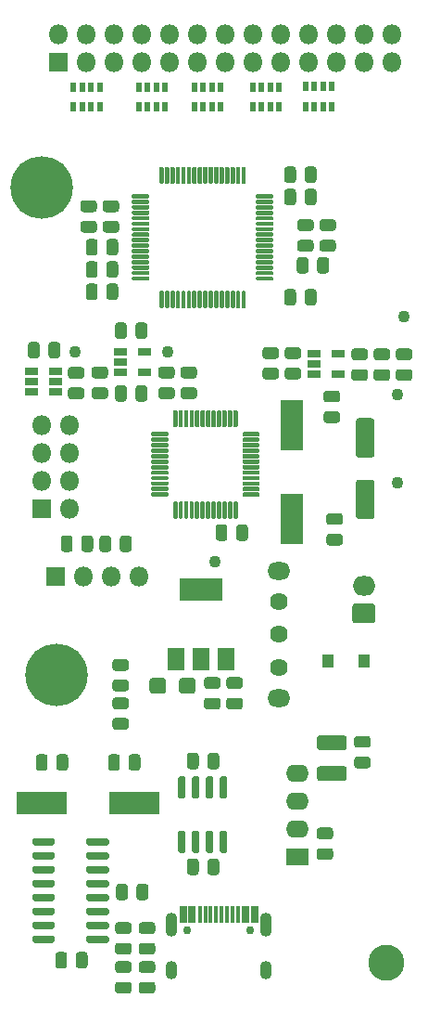
<source format=gbr>
%TF.GenerationSoftware,KiCad,Pcbnew,5.1.6-c6e7f7d~86~ubuntu19.10.1*%
%TF.CreationDate,2020-05-21T12:21:41+02:00*%
%TF.ProjectId,BioElectricalSensor,42696f45-6c65-4637-9472-6963616c5365,rev?*%
%TF.SameCoordinates,Original*%
%TF.FileFunction,Soldermask,Top*%
%TF.FilePolarity,Negative*%
%FSLAX46Y46*%
G04 Gerber Fmt 4.6, Leading zero omitted, Abs format (unit mm)*
G04 Created by KiCad (PCBNEW 5.1.6-c6e7f7d~86~ubuntu19.10.1) date 2020-05-21 12:21:41*
%MOMM*%
%LPD*%
G01*
G04 APERTURE LIST*
%ADD10C,5.700000*%
%ADD11C,3.300000*%
%ADD12O,2.100000X1.624000*%
%ADD13C,1.624000*%
%ADD14R,0.700000X1.550000*%
%ADD15R,0.400000X1.550000*%
%ADD16O,1.100000X2.200000*%
%ADD17C,0.750000*%
%ADD18O,1.100000X1.700000*%
%ADD19R,0.600000X0.900000*%
%ADD20R,0.500000X0.900000*%
%ADD21R,2.100000X4.600000*%
%ADD22R,4.600000X2.100000*%
%ADD23R,1.160000X0.750000*%
%ADD24R,1.600000X2.100000*%
%ADD25R,3.900000X2.100000*%
%ADD26R,2.100000X1.600000*%
%ADD27O,2.100000X1.600000*%
%ADD28C,1.100000*%
%ADD29O,1.800000X1.800000*%
%ADD30R,1.800000X1.800000*%
%ADD31R,1.000000X1.300000*%
%ADD32O,2.100000X1.800000*%
G04 APERTURE END LIST*
D10*
%TO.C,H3*%
X23241000Y-36195000D03*
%TD*%
%TO.C,H2*%
X24638000Y-80645000D03*
%TD*%
D11*
%TO.C,H1*%
X54737000Y-106934000D03*
%TD*%
%TO.C,R5*%
G36*
G01*
X40240000Y-67209750D02*
X40240000Y-68172250D01*
G75*
G02*
X39971250Y-68441000I-268750J0D01*
G01*
X39433750Y-68441000D01*
G75*
G02*
X39165000Y-68172250I0J268750D01*
G01*
X39165000Y-67209750D01*
G75*
G02*
X39433750Y-66941000I268750J0D01*
G01*
X39971250Y-66941000D01*
G75*
G02*
X40240000Y-67209750I0J-268750D01*
G01*
G37*
G36*
G01*
X42115000Y-67209750D02*
X42115000Y-68172250D01*
G75*
G02*
X41846250Y-68441000I-268750J0D01*
G01*
X41308750Y-68441000D01*
G75*
G02*
X41040000Y-68172250I0J268750D01*
G01*
X41040000Y-67209750D01*
G75*
G02*
X41308750Y-66941000I268750J0D01*
G01*
X41846250Y-66941000D01*
G75*
G02*
X42115000Y-67209750I0J-268750D01*
G01*
G37*
%TD*%
%TO.C,C20*%
G36*
G01*
X34626000Y-81204518D02*
X34626000Y-82117482D01*
G75*
G02*
X34357482Y-82386000I-268518J0D01*
G01*
X33394518Y-82386000D01*
G75*
G02*
X33126000Y-82117482I0J268518D01*
G01*
X33126000Y-81204518D01*
G75*
G02*
X33394518Y-80936000I268518J0D01*
G01*
X34357482Y-80936000D01*
G75*
G02*
X34626000Y-81204518I0J-268518D01*
G01*
G37*
G36*
G01*
X37326000Y-81204518D02*
X37326000Y-82117482D01*
G75*
G02*
X37057482Y-82386000I-268518J0D01*
G01*
X36094518Y-82386000D01*
G75*
G02*
X35826000Y-82117482I0J268518D01*
G01*
X35826000Y-81204518D01*
G75*
G02*
X36094518Y-80936000I268518J0D01*
G01*
X37057482Y-80936000D01*
G75*
G02*
X37326000Y-81204518I0J-268518D01*
G01*
G37*
%TD*%
%TO.C,C17*%
G36*
G01*
X38380750Y-82744500D02*
X39343250Y-82744500D01*
G75*
G02*
X39612000Y-83013250I0J-268750D01*
G01*
X39612000Y-83550750D01*
G75*
G02*
X39343250Y-83819500I-268750J0D01*
G01*
X38380750Y-83819500D01*
G75*
G02*
X38112000Y-83550750I0J268750D01*
G01*
X38112000Y-83013250D01*
G75*
G02*
X38380750Y-82744500I268750J0D01*
G01*
G37*
G36*
G01*
X38380750Y-80869500D02*
X39343250Y-80869500D01*
G75*
G02*
X39612000Y-81138250I0J-268750D01*
G01*
X39612000Y-81675750D01*
G75*
G02*
X39343250Y-81944500I-268750J0D01*
G01*
X38380750Y-81944500D01*
G75*
G02*
X38112000Y-81675750I0J268750D01*
G01*
X38112000Y-81138250D01*
G75*
G02*
X38380750Y-80869500I268750J0D01*
G01*
G37*
%TD*%
D12*
%TO.C,SW1*%
X44958000Y-82762000D03*
X44958000Y-71162000D03*
D13*
X44958000Y-79962000D03*
X44958000Y-73962000D03*
X44958000Y-76962000D03*
%TD*%
%TO.C,C49*%
G36*
G01*
X52096750Y-88108500D02*
X53059250Y-88108500D01*
G75*
G02*
X53328000Y-88377250I0J-268750D01*
G01*
X53328000Y-88914750D01*
G75*
G02*
X53059250Y-89183500I-268750J0D01*
G01*
X52096750Y-89183500D01*
G75*
G02*
X51828000Y-88914750I0J268750D01*
G01*
X51828000Y-88377250D01*
G75*
G02*
X52096750Y-88108500I268750J0D01*
G01*
G37*
G36*
G01*
X52096750Y-86233500D02*
X53059250Y-86233500D01*
G75*
G02*
X53328000Y-86502250I0J-268750D01*
G01*
X53328000Y-87039750D01*
G75*
G02*
X53059250Y-87308500I-268750J0D01*
G01*
X52096750Y-87308500D01*
G75*
G02*
X51828000Y-87039750I0J268750D01*
G01*
X51828000Y-86502250D01*
G75*
G02*
X52096750Y-86233500I268750J0D01*
G01*
G37*
%TD*%
%TO.C,C48*%
G36*
G01*
X48667750Y-96460500D02*
X49630250Y-96460500D01*
G75*
G02*
X49899000Y-96729250I0J-268750D01*
G01*
X49899000Y-97266750D01*
G75*
G02*
X49630250Y-97535500I-268750J0D01*
G01*
X48667750Y-97535500D01*
G75*
G02*
X48399000Y-97266750I0J268750D01*
G01*
X48399000Y-96729250D01*
G75*
G02*
X48667750Y-96460500I268750J0D01*
G01*
G37*
G36*
G01*
X48667750Y-94585500D02*
X49630250Y-94585500D01*
G75*
G02*
X49899000Y-94854250I0J-268750D01*
G01*
X49899000Y-95391750D01*
G75*
G02*
X49630250Y-95660500I-268750J0D01*
G01*
X48667750Y-95660500D01*
G75*
G02*
X48399000Y-95391750I0J268750D01*
G01*
X48399000Y-94854250D01*
G75*
G02*
X48667750Y-94585500I268750J0D01*
G01*
G37*
%TD*%
D14*
%TO.C,P1*%
X42719000Y-102489000D03*
X41919000Y-102489000D03*
X37019000Y-102489000D03*
X36219000Y-102489000D03*
X36219000Y-102489000D03*
X37019000Y-102489000D03*
X41919000Y-102489000D03*
X42719000Y-102489000D03*
D15*
X37719000Y-102489000D03*
X38219000Y-102489000D03*
X38719000Y-102489000D03*
X39719000Y-102489000D03*
X40219000Y-102489000D03*
X40719000Y-102489000D03*
X41219000Y-102489000D03*
X39219000Y-102489000D03*
D16*
X43789000Y-103404000D03*
X35149000Y-103404000D03*
D17*
X36579000Y-103934000D03*
D18*
X35149000Y-107584000D03*
D17*
X42359000Y-103934000D03*
D18*
X43789000Y-107584000D03*
%TD*%
D19*
%TO.C,RN2*%
X42545000Y-28851000D03*
D20*
X43345000Y-28851000D03*
D19*
X44945000Y-28851000D03*
D20*
X44145000Y-28851000D03*
D19*
X42545000Y-27051000D03*
D20*
X44145000Y-27051000D03*
X43345000Y-27051000D03*
D19*
X44945000Y-27051000D03*
%TD*%
%TO.C,RN3*%
X37211000Y-28851000D03*
D20*
X38011000Y-28851000D03*
D19*
X39611000Y-28851000D03*
D20*
X38811000Y-28851000D03*
D19*
X37211000Y-27051000D03*
D20*
X38811000Y-27051000D03*
X38011000Y-27051000D03*
D19*
X39611000Y-27051000D03*
%TD*%
%TO.C,RN1*%
X47371000Y-28829000D03*
D20*
X48171000Y-28829000D03*
D19*
X49771000Y-28829000D03*
D20*
X48971000Y-28829000D03*
D19*
X47371000Y-27029000D03*
D20*
X48971000Y-27029000D03*
X48171000Y-27029000D03*
D19*
X49771000Y-27029000D03*
%TD*%
%TO.C,RN4*%
X32131000Y-28851000D03*
D20*
X32931000Y-28851000D03*
D19*
X34531000Y-28851000D03*
D20*
X33731000Y-28851000D03*
D19*
X32131000Y-27051000D03*
D20*
X33731000Y-27051000D03*
X32931000Y-27051000D03*
D19*
X34531000Y-27051000D03*
%TD*%
%TO.C,RN5*%
X26162000Y-28851000D03*
D20*
X26962000Y-28851000D03*
D19*
X28562000Y-28851000D03*
D20*
X27762000Y-28851000D03*
D19*
X26162000Y-27051000D03*
D20*
X27762000Y-27051000D03*
X26962000Y-27051000D03*
D19*
X28562000Y-27051000D03*
%TD*%
%TO.C,C39*%
G36*
G01*
X28380500Y-43206750D02*
X28380500Y-44169250D01*
G75*
G02*
X28111750Y-44438000I-268750J0D01*
G01*
X27574250Y-44438000D01*
G75*
G02*
X27305500Y-44169250I0J268750D01*
G01*
X27305500Y-43206750D01*
G75*
G02*
X27574250Y-42938000I268750J0D01*
G01*
X28111750Y-42938000D01*
G75*
G02*
X28380500Y-43206750I0J-268750D01*
G01*
G37*
G36*
G01*
X30255500Y-43206750D02*
X30255500Y-44169250D01*
G75*
G02*
X29986750Y-44438000I-268750J0D01*
G01*
X29449250Y-44438000D01*
G75*
G02*
X29180500Y-44169250I0J268750D01*
G01*
X29180500Y-43206750D01*
G75*
G02*
X29449250Y-42938000I268750J0D01*
G01*
X29986750Y-42938000D01*
G75*
G02*
X30255500Y-43206750I0J-268750D01*
G01*
G37*
%TD*%
D21*
%TO.C,Y2*%
X46101000Y-57912000D03*
X46101000Y-66412000D03*
%TD*%
D22*
%TO.C,Y1*%
X23250000Y-92329000D03*
X31750000Y-92329000D03*
%TD*%
D23*
%TO.C,U15*%
X32680000Y-51181000D03*
X32680000Y-53081000D03*
X30480000Y-53081000D03*
X30480000Y-52131000D03*
X30480000Y-51181000D03*
%TD*%
%TO.C,U11*%
X50376000Y-51374000D03*
X50376000Y-53274000D03*
X48176000Y-53274000D03*
X48176000Y-52324000D03*
X48176000Y-51374000D03*
%TD*%
%TO.C,U10*%
X22311000Y-53909000D03*
X22311000Y-54859000D03*
X22311000Y-52959000D03*
X24511000Y-52959000D03*
X24511000Y-53909000D03*
X24511000Y-54859000D03*
%TD*%
%TO.C,U8*%
G36*
G01*
X42948000Y-36817000D02*
X44323000Y-36817000D01*
G75*
G02*
X44423000Y-36917000I0J-100000D01*
G01*
X44423000Y-37117000D01*
G75*
G02*
X44323000Y-37217000I-100000J0D01*
G01*
X42948000Y-37217000D01*
G75*
G02*
X42848000Y-37117000I0J100000D01*
G01*
X42848000Y-36917000D01*
G75*
G02*
X42948000Y-36817000I100000J0D01*
G01*
G37*
G36*
G01*
X42948000Y-37317000D02*
X44323000Y-37317000D01*
G75*
G02*
X44423000Y-37417000I0J-100000D01*
G01*
X44423000Y-37617000D01*
G75*
G02*
X44323000Y-37717000I-100000J0D01*
G01*
X42948000Y-37717000D01*
G75*
G02*
X42848000Y-37617000I0J100000D01*
G01*
X42848000Y-37417000D01*
G75*
G02*
X42948000Y-37317000I100000J0D01*
G01*
G37*
G36*
G01*
X42948000Y-37817000D02*
X44323000Y-37817000D01*
G75*
G02*
X44423000Y-37917000I0J-100000D01*
G01*
X44423000Y-38117000D01*
G75*
G02*
X44323000Y-38217000I-100000J0D01*
G01*
X42948000Y-38217000D01*
G75*
G02*
X42848000Y-38117000I0J100000D01*
G01*
X42848000Y-37917000D01*
G75*
G02*
X42948000Y-37817000I100000J0D01*
G01*
G37*
G36*
G01*
X42948000Y-38317000D02*
X44323000Y-38317000D01*
G75*
G02*
X44423000Y-38417000I0J-100000D01*
G01*
X44423000Y-38617000D01*
G75*
G02*
X44323000Y-38717000I-100000J0D01*
G01*
X42948000Y-38717000D01*
G75*
G02*
X42848000Y-38617000I0J100000D01*
G01*
X42848000Y-38417000D01*
G75*
G02*
X42948000Y-38317000I100000J0D01*
G01*
G37*
G36*
G01*
X42948000Y-38817000D02*
X44323000Y-38817000D01*
G75*
G02*
X44423000Y-38917000I0J-100000D01*
G01*
X44423000Y-39117000D01*
G75*
G02*
X44323000Y-39217000I-100000J0D01*
G01*
X42948000Y-39217000D01*
G75*
G02*
X42848000Y-39117000I0J100000D01*
G01*
X42848000Y-38917000D01*
G75*
G02*
X42948000Y-38817000I100000J0D01*
G01*
G37*
G36*
G01*
X42948000Y-39317000D02*
X44323000Y-39317000D01*
G75*
G02*
X44423000Y-39417000I0J-100000D01*
G01*
X44423000Y-39617000D01*
G75*
G02*
X44323000Y-39717000I-100000J0D01*
G01*
X42948000Y-39717000D01*
G75*
G02*
X42848000Y-39617000I0J100000D01*
G01*
X42848000Y-39417000D01*
G75*
G02*
X42948000Y-39317000I100000J0D01*
G01*
G37*
G36*
G01*
X42948000Y-39817000D02*
X44323000Y-39817000D01*
G75*
G02*
X44423000Y-39917000I0J-100000D01*
G01*
X44423000Y-40117000D01*
G75*
G02*
X44323000Y-40217000I-100000J0D01*
G01*
X42948000Y-40217000D01*
G75*
G02*
X42848000Y-40117000I0J100000D01*
G01*
X42848000Y-39917000D01*
G75*
G02*
X42948000Y-39817000I100000J0D01*
G01*
G37*
G36*
G01*
X42948000Y-40317000D02*
X44323000Y-40317000D01*
G75*
G02*
X44423000Y-40417000I0J-100000D01*
G01*
X44423000Y-40617000D01*
G75*
G02*
X44323000Y-40717000I-100000J0D01*
G01*
X42948000Y-40717000D01*
G75*
G02*
X42848000Y-40617000I0J100000D01*
G01*
X42848000Y-40417000D01*
G75*
G02*
X42948000Y-40317000I100000J0D01*
G01*
G37*
G36*
G01*
X42948000Y-40817000D02*
X44323000Y-40817000D01*
G75*
G02*
X44423000Y-40917000I0J-100000D01*
G01*
X44423000Y-41117000D01*
G75*
G02*
X44323000Y-41217000I-100000J0D01*
G01*
X42948000Y-41217000D01*
G75*
G02*
X42848000Y-41117000I0J100000D01*
G01*
X42848000Y-40917000D01*
G75*
G02*
X42948000Y-40817000I100000J0D01*
G01*
G37*
G36*
G01*
X42948000Y-41317000D02*
X44323000Y-41317000D01*
G75*
G02*
X44423000Y-41417000I0J-100000D01*
G01*
X44423000Y-41617000D01*
G75*
G02*
X44323000Y-41717000I-100000J0D01*
G01*
X42948000Y-41717000D01*
G75*
G02*
X42848000Y-41617000I0J100000D01*
G01*
X42848000Y-41417000D01*
G75*
G02*
X42948000Y-41317000I100000J0D01*
G01*
G37*
G36*
G01*
X42948000Y-41817000D02*
X44323000Y-41817000D01*
G75*
G02*
X44423000Y-41917000I0J-100000D01*
G01*
X44423000Y-42117000D01*
G75*
G02*
X44323000Y-42217000I-100000J0D01*
G01*
X42948000Y-42217000D01*
G75*
G02*
X42848000Y-42117000I0J100000D01*
G01*
X42848000Y-41917000D01*
G75*
G02*
X42948000Y-41817000I100000J0D01*
G01*
G37*
G36*
G01*
X42948000Y-42317000D02*
X44323000Y-42317000D01*
G75*
G02*
X44423000Y-42417000I0J-100000D01*
G01*
X44423000Y-42617000D01*
G75*
G02*
X44323000Y-42717000I-100000J0D01*
G01*
X42948000Y-42717000D01*
G75*
G02*
X42848000Y-42617000I0J100000D01*
G01*
X42848000Y-42417000D01*
G75*
G02*
X42948000Y-42317000I100000J0D01*
G01*
G37*
G36*
G01*
X42948000Y-42817000D02*
X44323000Y-42817000D01*
G75*
G02*
X44423000Y-42917000I0J-100000D01*
G01*
X44423000Y-43117000D01*
G75*
G02*
X44323000Y-43217000I-100000J0D01*
G01*
X42948000Y-43217000D01*
G75*
G02*
X42848000Y-43117000I0J100000D01*
G01*
X42848000Y-42917000D01*
G75*
G02*
X42948000Y-42817000I100000J0D01*
G01*
G37*
G36*
G01*
X42948000Y-43317000D02*
X44323000Y-43317000D01*
G75*
G02*
X44423000Y-43417000I0J-100000D01*
G01*
X44423000Y-43617000D01*
G75*
G02*
X44323000Y-43717000I-100000J0D01*
G01*
X42948000Y-43717000D01*
G75*
G02*
X42848000Y-43617000I0J100000D01*
G01*
X42848000Y-43417000D01*
G75*
G02*
X42948000Y-43317000I100000J0D01*
G01*
G37*
G36*
G01*
X42948000Y-43817000D02*
X44323000Y-43817000D01*
G75*
G02*
X44423000Y-43917000I0J-100000D01*
G01*
X44423000Y-44117000D01*
G75*
G02*
X44323000Y-44217000I-100000J0D01*
G01*
X42948000Y-44217000D01*
G75*
G02*
X42848000Y-44117000I0J100000D01*
G01*
X42848000Y-43917000D01*
G75*
G02*
X42948000Y-43817000I100000J0D01*
G01*
G37*
G36*
G01*
X42948000Y-44317000D02*
X44323000Y-44317000D01*
G75*
G02*
X44423000Y-44417000I0J-100000D01*
G01*
X44423000Y-44617000D01*
G75*
G02*
X44323000Y-44717000I-100000J0D01*
G01*
X42948000Y-44717000D01*
G75*
G02*
X42848000Y-44617000I0J100000D01*
G01*
X42848000Y-44417000D01*
G75*
G02*
X42948000Y-44317000I100000J0D01*
G01*
G37*
G36*
G01*
X41623000Y-45642000D02*
X41823000Y-45642000D01*
G75*
G02*
X41923000Y-45742000I0J-100000D01*
G01*
X41923000Y-47117000D01*
G75*
G02*
X41823000Y-47217000I-100000J0D01*
G01*
X41623000Y-47217000D01*
G75*
G02*
X41523000Y-47117000I0J100000D01*
G01*
X41523000Y-45742000D01*
G75*
G02*
X41623000Y-45642000I100000J0D01*
G01*
G37*
G36*
G01*
X41123000Y-45642000D02*
X41323000Y-45642000D01*
G75*
G02*
X41423000Y-45742000I0J-100000D01*
G01*
X41423000Y-47117000D01*
G75*
G02*
X41323000Y-47217000I-100000J0D01*
G01*
X41123000Y-47217000D01*
G75*
G02*
X41023000Y-47117000I0J100000D01*
G01*
X41023000Y-45742000D01*
G75*
G02*
X41123000Y-45642000I100000J0D01*
G01*
G37*
G36*
G01*
X40623000Y-45642000D02*
X40823000Y-45642000D01*
G75*
G02*
X40923000Y-45742000I0J-100000D01*
G01*
X40923000Y-47117000D01*
G75*
G02*
X40823000Y-47217000I-100000J0D01*
G01*
X40623000Y-47217000D01*
G75*
G02*
X40523000Y-47117000I0J100000D01*
G01*
X40523000Y-45742000D01*
G75*
G02*
X40623000Y-45642000I100000J0D01*
G01*
G37*
G36*
G01*
X40123000Y-45642000D02*
X40323000Y-45642000D01*
G75*
G02*
X40423000Y-45742000I0J-100000D01*
G01*
X40423000Y-47117000D01*
G75*
G02*
X40323000Y-47217000I-100000J0D01*
G01*
X40123000Y-47217000D01*
G75*
G02*
X40023000Y-47117000I0J100000D01*
G01*
X40023000Y-45742000D01*
G75*
G02*
X40123000Y-45642000I100000J0D01*
G01*
G37*
G36*
G01*
X39623000Y-45642000D02*
X39823000Y-45642000D01*
G75*
G02*
X39923000Y-45742000I0J-100000D01*
G01*
X39923000Y-47117000D01*
G75*
G02*
X39823000Y-47217000I-100000J0D01*
G01*
X39623000Y-47217000D01*
G75*
G02*
X39523000Y-47117000I0J100000D01*
G01*
X39523000Y-45742000D01*
G75*
G02*
X39623000Y-45642000I100000J0D01*
G01*
G37*
G36*
G01*
X39123000Y-45642000D02*
X39323000Y-45642000D01*
G75*
G02*
X39423000Y-45742000I0J-100000D01*
G01*
X39423000Y-47117000D01*
G75*
G02*
X39323000Y-47217000I-100000J0D01*
G01*
X39123000Y-47217000D01*
G75*
G02*
X39023000Y-47117000I0J100000D01*
G01*
X39023000Y-45742000D01*
G75*
G02*
X39123000Y-45642000I100000J0D01*
G01*
G37*
G36*
G01*
X38623000Y-45642000D02*
X38823000Y-45642000D01*
G75*
G02*
X38923000Y-45742000I0J-100000D01*
G01*
X38923000Y-47117000D01*
G75*
G02*
X38823000Y-47217000I-100000J0D01*
G01*
X38623000Y-47217000D01*
G75*
G02*
X38523000Y-47117000I0J100000D01*
G01*
X38523000Y-45742000D01*
G75*
G02*
X38623000Y-45642000I100000J0D01*
G01*
G37*
G36*
G01*
X38123000Y-45642000D02*
X38323000Y-45642000D01*
G75*
G02*
X38423000Y-45742000I0J-100000D01*
G01*
X38423000Y-47117000D01*
G75*
G02*
X38323000Y-47217000I-100000J0D01*
G01*
X38123000Y-47217000D01*
G75*
G02*
X38023000Y-47117000I0J100000D01*
G01*
X38023000Y-45742000D01*
G75*
G02*
X38123000Y-45642000I100000J0D01*
G01*
G37*
G36*
G01*
X37623000Y-45642000D02*
X37823000Y-45642000D01*
G75*
G02*
X37923000Y-45742000I0J-100000D01*
G01*
X37923000Y-47117000D01*
G75*
G02*
X37823000Y-47217000I-100000J0D01*
G01*
X37623000Y-47217000D01*
G75*
G02*
X37523000Y-47117000I0J100000D01*
G01*
X37523000Y-45742000D01*
G75*
G02*
X37623000Y-45642000I100000J0D01*
G01*
G37*
G36*
G01*
X37123000Y-45642000D02*
X37323000Y-45642000D01*
G75*
G02*
X37423000Y-45742000I0J-100000D01*
G01*
X37423000Y-47117000D01*
G75*
G02*
X37323000Y-47217000I-100000J0D01*
G01*
X37123000Y-47217000D01*
G75*
G02*
X37023000Y-47117000I0J100000D01*
G01*
X37023000Y-45742000D01*
G75*
G02*
X37123000Y-45642000I100000J0D01*
G01*
G37*
G36*
G01*
X36623000Y-45642000D02*
X36823000Y-45642000D01*
G75*
G02*
X36923000Y-45742000I0J-100000D01*
G01*
X36923000Y-47117000D01*
G75*
G02*
X36823000Y-47217000I-100000J0D01*
G01*
X36623000Y-47217000D01*
G75*
G02*
X36523000Y-47117000I0J100000D01*
G01*
X36523000Y-45742000D01*
G75*
G02*
X36623000Y-45642000I100000J0D01*
G01*
G37*
G36*
G01*
X36123000Y-45642000D02*
X36323000Y-45642000D01*
G75*
G02*
X36423000Y-45742000I0J-100000D01*
G01*
X36423000Y-47117000D01*
G75*
G02*
X36323000Y-47217000I-100000J0D01*
G01*
X36123000Y-47217000D01*
G75*
G02*
X36023000Y-47117000I0J100000D01*
G01*
X36023000Y-45742000D01*
G75*
G02*
X36123000Y-45642000I100000J0D01*
G01*
G37*
G36*
G01*
X35623000Y-45642000D02*
X35823000Y-45642000D01*
G75*
G02*
X35923000Y-45742000I0J-100000D01*
G01*
X35923000Y-47117000D01*
G75*
G02*
X35823000Y-47217000I-100000J0D01*
G01*
X35623000Y-47217000D01*
G75*
G02*
X35523000Y-47117000I0J100000D01*
G01*
X35523000Y-45742000D01*
G75*
G02*
X35623000Y-45642000I100000J0D01*
G01*
G37*
G36*
G01*
X35123000Y-45642000D02*
X35323000Y-45642000D01*
G75*
G02*
X35423000Y-45742000I0J-100000D01*
G01*
X35423000Y-47117000D01*
G75*
G02*
X35323000Y-47217000I-100000J0D01*
G01*
X35123000Y-47217000D01*
G75*
G02*
X35023000Y-47117000I0J100000D01*
G01*
X35023000Y-45742000D01*
G75*
G02*
X35123000Y-45642000I100000J0D01*
G01*
G37*
G36*
G01*
X34623000Y-45642000D02*
X34823000Y-45642000D01*
G75*
G02*
X34923000Y-45742000I0J-100000D01*
G01*
X34923000Y-47117000D01*
G75*
G02*
X34823000Y-47217000I-100000J0D01*
G01*
X34623000Y-47217000D01*
G75*
G02*
X34523000Y-47117000I0J100000D01*
G01*
X34523000Y-45742000D01*
G75*
G02*
X34623000Y-45642000I100000J0D01*
G01*
G37*
G36*
G01*
X34123000Y-45642000D02*
X34323000Y-45642000D01*
G75*
G02*
X34423000Y-45742000I0J-100000D01*
G01*
X34423000Y-47117000D01*
G75*
G02*
X34323000Y-47217000I-100000J0D01*
G01*
X34123000Y-47217000D01*
G75*
G02*
X34023000Y-47117000I0J100000D01*
G01*
X34023000Y-45742000D01*
G75*
G02*
X34123000Y-45642000I100000J0D01*
G01*
G37*
G36*
G01*
X31623000Y-44317000D02*
X32998000Y-44317000D01*
G75*
G02*
X33098000Y-44417000I0J-100000D01*
G01*
X33098000Y-44617000D01*
G75*
G02*
X32998000Y-44717000I-100000J0D01*
G01*
X31623000Y-44717000D01*
G75*
G02*
X31523000Y-44617000I0J100000D01*
G01*
X31523000Y-44417000D01*
G75*
G02*
X31623000Y-44317000I100000J0D01*
G01*
G37*
G36*
G01*
X31623000Y-43817000D02*
X32998000Y-43817000D01*
G75*
G02*
X33098000Y-43917000I0J-100000D01*
G01*
X33098000Y-44117000D01*
G75*
G02*
X32998000Y-44217000I-100000J0D01*
G01*
X31623000Y-44217000D01*
G75*
G02*
X31523000Y-44117000I0J100000D01*
G01*
X31523000Y-43917000D01*
G75*
G02*
X31623000Y-43817000I100000J0D01*
G01*
G37*
G36*
G01*
X31623000Y-43317000D02*
X32998000Y-43317000D01*
G75*
G02*
X33098000Y-43417000I0J-100000D01*
G01*
X33098000Y-43617000D01*
G75*
G02*
X32998000Y-43717000I-100000J0D01*
G01*
X31623000Y-43717000D01*
G75*
G02*
X31523000Y-43617000I0J100000D01*
G01*
X31523000Y-43417000D01*
G75*
G02*
X31623000Y-43317000I100000J0D01*
G01*
G37*
G36*
G01*
X31623000Y-42817000D02*
X32998000Y-42817000D01*
G75*
G02*
X33098000Y-42917000I0J-100000D01*
G01*
X33098000Y-43117000D01*
G75*
G02*
X32998000Y-43217000I-100000J0D01*
G01*
X31623000Y-43217000D01*
G75*
G02*
X31523000Y-43117000I0J100000D01*
G01*
X31523000Y-42917000D01*
G75*
G02*
X31623000Y-42817000I100000J0D01*
G01*
G37*
G36*
G01*
X31623000Y-42317000D02*
X32998000Y-42317000D01*
G75*
G02*
X33098000Y-42417000I0J-100000D01*
G01*
X33098000Y-42617000D01*
G75*
G02*
X32998000Y-42717000I-100000J0D01*
G01*
X31623000Y-42717000D01*
G75*
G02*
X31523000Y-42617000I0J100000D01*
G01*
X31523000Y-42417000D01*
G75*
G02*
X31623000Y-42317000I100000J0D01*
G01*
G37*
G36*
G01*
X31623000Y-41817000D02*
X32998000Y-41817000D01*
G75*
G02*
X33098000Y-41917000I0J-100000D01*
G01*
X33098000Y-42117000D01*
G75*
G02*
X32998000Y-42217000I-100000J0D01*
G01*
X31623000Y-42217000D01*
G75*
G02*
X31523000Y-42117000I0J100000D01*
G01*
X31523000Y-41917000D01*
G75*
G02*
X31623000Y-41817000I100000J0D01*
G01*
G37*
G36*
G01*
X31623000Y-41317000D02*
X32998000Y-41317000D01*
G75*
G02*
X33098000Y-41417000I0J-100000D01*
G01*
X33098000Y-41617000D01*
G75*
G02*
X32998000Y-41717000I-100000J0D01*
G01*
X31623000Y-41717000D01*
G75*
G02*
X31523000Y-41617000I0J100000D01*
G01*
X31523000Y-41417000D01*
G75*
G02*
X31623000Y-41317000I100000J0D01*
G01*
G37*
G36*
G01*
X31623000Y-40817000D02*
X32998000Y-40817000D01*
G75*
G02*
X33098000Y-40917000I0J-100000D01*
G01*
X33098000Y-41117000D01*
G75*
G02*
X32998000Y-41217000I-100000J0D01*
G01*
X31623000Y-41217000D01*
G75*
G02*
X31523000Y-41117000I0J100000D01*
G01*
X31523000Y-40917000D01*
G75*
G02*
X31623000Y-40817000I100000J0D01*
G01*
G37*
G36*
G01*
X31623000Y-40317000D02*
X32998000Y-40317000D01*
G75*
G02*
X33098000Y-40417000I0J-100000D01*
G01*
X33098000Y-40617000D01*
G75*
G02*
X32998000Y-40717000I-100000J0D01*
G01*
X31623000Y-40717000D01*
G75*
G02*
X31523000Y-40617000I0J100000D01*
G01*
X31523000Y-40417000D01*
G75*
G02*
X31623000Y-40317000I100000J0D01*
G01*
G37*
G36*
G01*
X31623000Y-39817000D02*
X32998000Y-39817000D01*
G75*
G02*
X33098000Y-39917000I0J-100000D01*
G01*
X33098000Y-40117000D01*
G75*
G02*
X32998000Y-40217000I-100000J0D01*
G01*
X31623000Y-40217000D01*
G75*
G02*
X31523000Y-40117000I0J100000D01*
G01*
X31523000Y-39917000D01*
G75*
G02*
X31623000Y-39817000I100000J0D01*
G01*
G37*
G36*
G01*
X31623000Y-39317000D02*
X32998000Y-39317000D01*
G75*
G02*
X33098000Y-39417000I0J-100000D01*
G01*
X33098000Y-39617000D01*
G75*
G02*
X32998000Y-39717000I-100000J0D01*
G01*
X31623000Y-39717000D01*
G75*
G02*
X31523000Y-39617000I0J100000D01*
G01*
X31523000Y-39417000D01*
G75*
G02*
X31623000Y-39317000I100000J0D01*
G01*
G37*
G36*
G01*
X31623000Y-38817000D02*
X32998000Y-38817000D01*
G75*
G02*
X33098000Y-38917000I0J-100000D01*
G01*
X33098000Y-39117000D01*
G75*
G02*
X32998000Y-39217000I-100000J0D01*
G01*
X31623000Y-39217000D01*
G75*
G02*
X31523000Y-39117000I0J100000D01*
G01*
X31523000Y-38917000D01*
G75*
G02*
X31623000Y-38817000I100000J0D01*
G01*
G37*
G36*
G01*
X31623000Y-38317000D02*
X32998000Y-38317000D01*
G75*
G02*
X33098000Y-38417000I0J-100000D01*
G01*
X33098000Y-38617000D01*
G75*
G02*
X32998000Y-38717000I-100000J0D01*
G01*
X31623000Y-38717000D01*
G75*
G02*
X31523000Y-38617000I0J100000D01*
G01*
X31523000Y-38417000D01*
G75*
G02*
X31623000Y-38317000I100000J0D01*
G01*
G37*
G36*
G01*
X31623000Y-37817000D02*
X32998000Y-37817000D01*
G75*
G02*
X33098000Y-37917000I0J-100000D01*
G01*
X33098000Y-38117000D01*
G75*
G02*
X32998000Y-38217000I-100000J0D01*
G01*
X31623000Y-38217000D01*
G75*
G02*
X31523000Y-38117000I0J100000D01*
G01*
X31523000Y-37917000D01*
G75*
G02*
X31623000Y-37817000I100000J0D01*
G01*
G37*
G36*
G01*
X31623000Y-37317000D02*
X32998000Y-37317000D01*
G75*
G02*
X33098000Y-37417000I0J-100000D01*
G01*
X33098000Y-37617000D01*
G75*
G02*
X32998000Y-37717000I-100000J0D01*
G01*
X31623000Y-37717000D01*
G75*
G02*
X31523000Y-37617000I0J100000D01*
G01*
X31523000Y-37417000D01*
G75*
G02*
X31623000Y-37317000I100000J0D01*
G01*
G37*
G36*
G01*
X31623000Y-36817000D02*
X32998000Y-36817000D01*
G75*
G02*
X33098000Y-36917000I0J-100000D01*
G01*
X33098000Y-37117000D01*
G75*
G02*
X32998000Y-37217000I-100000J0D01*
G01*
X31623000Y-37217000D01*
G75*
G02*
X31523000Y-37117000I0J100000D01*
G01*
X31523000Y-36917000D01*
G75*
G02*
X31623000Y-36817000I100000J0D01*
G01*
G37*
G36*
G01*
X34123000Y-34317000D02*
X34323000Y-34317000D01*
G75*
G02*
X34423000Y-34417000I0J-100000D01*
G01*
X34423000Y-35792000D01*
G75*
G02*
X34323000Y-35892000I-100000J0D01*
G01*
X34123000Y-35892000D01*
G75*
G02*
X34023000Y-35792000I0J100000D01*
G01*
X34023000Y-34417000D01*
G75*
G02*
X34123000Y-34317000I100000J0D01*
G01*
G37*
G36*
G01*
X34623000Y-34317000D02*
X34823000Y-34317000D01*
G75*
G02*
X34923000Y-34417000I0J-100000D01*
G01*
X34923000Y-35792000D01*
G75*
G02*
X34823000Y-35892000I-100000J0D01*
G01*
X34623000Y-35892000D01*
G75*
G02*
X34523000Y-35792000I0J100000D01*
G01*
X34523000Y-34417000D01*
G75*
G02*
X34623000Y-34317000I100000J0D01*
G01*
G37*
G36*
G01*
X35123000Y-34317000D02*
X35323000Y-34317000D01*
G75*
G02*
X35423000Y-34417000I0J-100000D01*
G01*
X35423000Y-35792000D01*
G75*
G02*
X35323000Y-35892000I-100000J0D01*
G01*
X35123000Y-35892000D01*
G75*
G02*
X35023000Y-35792000I0J100000D01*
G01*
X35023000Y-34417000D01*
G75*
G02*
X35123000Y-34317000I100000J0D01*
G01*
G37*
G36*
G01*
X35623000Y-34317000D02*
X35823000Y-34317000D01*
G75*
G02*
X35923000Y-34417000I0J-100000D01*
G01*
X35923000Y-35792000D01*
G75*
G02*
X35823000Y-35892000I-100000J0D01*
G01*
X35623000Y-35892000D01*
G75*
G02*
X35523000Y-35792000I0J100000D01*
G01*
X35523000Y-34417000D01*
G75*
G02*
X35623000Y-34317000I100000J0D01*
G01*
G37*
G36*
G01*
X36123000Y-34317000D02*
X36323000Y-34317000D01*
G75*
G02*
X36423000Y-34417000I0J-100000D01*
G01*
X36423000Y-35792000D01*
G75*
G02*
X36323000Y-35892000I-100000J0D01*
G01*
X36123000Y-35892000D01*
G75*
G02*
X36023000Y-35792000I0J100000D01*
G01*
X36023000Y-34417000D01*
G75*
G02*
X36123000Y-34317000I100000J0D01*
G01*
G37*
G36*
G01*
X36623000Y-34317000D02*
X36823000Y-34317000D01*
G75*
G02*
X36923000Y-34417000I0J-100000D01*
G01*
X36923000Y-35792000D01*
G75*
G02*
X36823000Y-35892000I-100000J0D01*
G01*
X36623000Y-35892000D01*
G75*
G02*
X36523000Y-35792000I0J100000D01*
G01*
X36523000Y-34417000D01*
G75*
G02*
X36623000Y-34317000I100000J0D01*
G01*
G37*
G36*
G01*
X37123000Y-34317000D02*
X37323000Y-34317000D01*
G75*
G02*
X37423000Y-34417000I0J-100000D01*
G01*
X37423000Y-35792000D01*
G75*
G02*
X37323000Y-35892000I-100000J0D01*
G01*
X37123000Y-35892000D01*
G75*
G02*
X37023000Y-35792000I0J100000D01*
G01*
X37023000Y-34417000D01*
G75*
G02*
X37123000Y-34317000I100000J0D01*
G01*
G37*
G36*
G01*
X37623000Y-34317000D02*
X37823000Y-34317000D01*
G75*
G02*
X37923000Y-34417000I0J-100000D01*
G01*
X37923000Y-35792000D01*
G75*
G02*
X37823000Y-35892000I-100000J0D01*
G01*
X37623000Y-35892000D01*
G75*
G02*
X37523000Y-35792000I0J100000D01*
G01*
X37523000Y-34417000D01*
G75*
G02*
X37623000Y-34317000I100000J0D01*
G01*
G37*
G36*
G01*
X38123000Y-34317000D02*
X38323000Y-34317000D01*
G75*
G02*
X38423000Y-34417000I0J-100000D01*
G01*
X38423000Y-35792000D01*
G75*
G02*
X38323000Y-35892000I-100000J0D01*
G01*
X38123000Y-35892000D01*
G75*
G02*
X38023000Y-35792000I0J100000D01*
G01*
X38023000Y-34417000D01*
G75*
G02*
X38123000Y-34317000I100000J0D01*
G01*
G37*
G36*
G01*
X38623000Y-34317000D02*
X38823000Y-34317000D01*
G75*
G02*
X38923000Y-34417000I0J-100000D01*
G01*
X38923000Y-35792000D01*
G75*
G02*
X38823000Y-35892000I-100000J0D01*
G01*
X38623000Y-35892000D01*
G75*
G02*
X38523000Y-35792000I0J100000D01*
G01*
X38523000Y-34417000D01*
G75*
G02*
X38623000Y-34317000I100000J0D01*
G01*
G37*
G36*
G01*
X39123000Y-34317000D02*
X39323000Y-34317000D01*
G75*
G02*
X39423000Y-34417000I0J-100000D01*
G01*
X39423000Y-35792000D01*
G75*
G02*
X39323000Y-35892000I-100000J0D01*
G01*
X39123000Y-35892000D01*
G75*
G02*
X39023000Y-35792000I0J100000D01*
G01*
X39023000Y-34417000D01*
G75*
G02*
X39123000Y-34317000I100000J0D01*
G01*
G37*
G36*
G01*
X39623000Y-34317000D02*
X39823000Y-34317000D01*
G75*
G02*
X39923000Y-34417000I0J-100000D01*
G01*
X39923000Y-35792000D01*
G75*
G02*
X39823000Y-35892000I-100000J0D01*
G01*
X39623000Y-35892000D01*
G75*
G02*
X39523000Y-35792000I0J100000D01*
G01*
X39523000Y-34417000D01*
G75*
G02*
X39623000Y-34317000I100000J0D01*
G01*
G37*
G36*
G01*
X40123000Y-34317000D02*
X40323000Y-34317000D01*
G75*
G02*
X40423000Y-34417000I0J-100000D01*
G01*
X40423000Y-35792000D01*
G75*
G02*
X40323000Y-35892000I-100000J0D01*
G01*
X40123000Y-35892000D01*
G75*
G02*
X40023000Y-35792000I0J100000D01*
G01*
X40023000Y-34417000D01*
G75*
G02*
X40123000Y-34317000I100000J0D01*
G01*
G37*
G36*
G01*
X40623000Y-34317000D02*
X40823000Y-34317000D01*
G75*
G02*
X40923000Y-34417000I0J-100000D01*
G01*
X40923000Y-35792000D01*
G75*
G02*
X40823000Y-35892000I-100000J0D01*
G01*
X40623000Y-35892000D01*
G75*
G02*
X40523000Y-35792000I0J100000D01*
G01*
X40523000Y-34417000D01*
G75*
G02*
X40623000Y-34317000I100000J0D01*
G01*
G37*
G36*
G01*
X41123000Y-34317000D02*
X41323000Y-34317000D01*
G75*
G02*
X41423000Y-34417000I0J-100000D01*
G01*
X41423000Y-35792000D01*
G75*
G02*
X41323000Y-35892000I-100000J0D01*
G01*
X41123000Y-35892000D01*
G75*
G02*
X41023000Y-35792000I0J100000D01*
G01*
X41023000Y-34417000D01*
G75*
G02*
X41123000Y-34317000I100000J0D01*
G01*
G37*
G36*
G01*
X41623000Y-34317000D02*
X41823000Y-34317000D01*
G75*
G02*
X41923000Y-34417000I0J-100000D01*
G01*
X41923000Y-35792000D01*
G75*
G02*
X41823000Y-35892000I-100000J0D01*
G01*
X41623000Y-35892000D01*
G75*
G02*
X41523000Y-35792000I0J100000D01*
G01*
X41523000Y-34417000D01*
G75*
G02*
X41623000Y-34317000I100000J0D01*
G01*
G37*
%TD*%
D24*
%TO.C,U6*%
X35546000Y-79198000D03*
X40146000Y-79198000D03*
X37846000Y-79198000D03*
D25*
X37846000Y-72898000D03*
%TD*%
%TO.C,U5*%
G36*
G01*
X36243000Y-91957000D02*
X35893000Y-91957000D01*
G75*
G02*
X35718000Y-91782000I0J175000D01*
G01*
X35718000Y-90082000D01*
G75*
G02*
X35893000Y-89907000I175000J0D01*
G01*
X36243000Y-89907000D01*
G75*
G02*
X36418000Y-90082000I0J-175000D01*
G01*
X36418000Y-91782000D01*
G75*
G02*
X36243000Y-91957000I-175000J0D01*
G01*
G37*
G36*
G01*
X37513000Y-91957000D02*
X37163000Y-91957000D01*
G75*
G02*
X36988000Y-91782000I0J175000D01*
G01*
X36988000Y-90082000D01*
G75*
G02*
X37163000Y-89907000I175000J0D01*
G01*
X37513000Y-89907000D01*
G75*
G02*
X37688000Y-90082000I0J-175000D01*
G01*
X37688000Y-91782000D01*
G75*
G02*
X37513000Y-91957000I-175000J0D01*
G01*
G37*
G36*
G01*
X38783000Y-91957000D02*
X38433000Y-91957000D01*
G75*
G02*
X38258000Y-91782000I0J175000D01*
G01*
X38258000Y-90082000D01*
G75*
G02*
X38433000Y-89907000I175000J0D01*
G01*
X38783000Y-89907000D01*
G75*
G02*
X38958000Y-90082000I0J-175000D01*
G01*
X38958000Y-91782000D01*
G75*
G02*
X38783000Y-91957000I-175000J0D01*
G01*
G37*
G36*
G01*
X40053000Y-91957000D02*
X39703000Y-91957000D01*
G75*
G02*
X39528000Y-91782000I0J175000D01*
G01*
X39528000Y-90082000D01*
G75*
G02*
X39703000Y-89907000I175000J0D01*
G01*
X40053000Y-89907000D01*
G75*
G02*
X40228000Y-90082000I0J-175000D01*
G01*
X40228000Y-91782000D01*
G75*
G02*
X40053000Y-91957000I-175000J0D01*
G01*
G37*
G36*
G01*
X40053000Y-96907000D02*
X39703000Y-96907000D01*
G75*
G02*
X39528000Y-96732000I0J175000D01*
G01*
X39528000Y-95032000D01*
G75*
G02*
X39703000Y-94857000I175000J0D01*
G01*
X40053000Y-94857000D01*
G75*
G02*
X40228000Y-95032000I0J-175000D01*
G01*
X40228000Y-96732000D01*
G75*
G02*
X40053000Y-96907000I-175000J0D01*
G01*
G37*
G36*
G01*
X38783000Y-96907000D02*
X38433000Y-96907000D01*
G75*
G02*
X38258000Y-96732000I0J175000D01*
G01*
X38258000Y-95032000D01*
G75*
G02*
X38433000Y-94857000I175000J0D01*
G01*
X38783000Y-94857000D01*
G75*
G02*
X38958000Y-95032000I0J-175000D01*
G01*
X38958000Y-96732000D01*
G75*
G02*
X38783000Y-96907000I-175000J0D01*
G01*
G37*
G36*
G01*
X37513000Y-96907000D02*
X37163000Y-96907000D01*
G75*
G02*
X36988000Y-96732000I0J175000D01*
G01*
X36988000Y-95032000D01*
G75*
G02*
X37163000Y-94857000I175000J0D01*
G01*
X37513000Y-94857000D01*
G75*
G02*
X37688000Y-95032000I0J-175000D01*
G01*
X37688000Y-96732000D01*
G75*
G02*
X37513000Y-96907000I-175000J0D01*
G01*
G37*
G36*
G01*
X36243000Y-96907000D02*
X35893000Y-96907000D01*
G75*
G02*
X35718000Y-96732000I0J175000D01*
G01*
X35718000Y-95032000D01*
G75*
G02*
X35893000Y-94857000I175000J0D01*
G01*
X36243000Y-94857000D01*
G75*
G02*
X36418000Y-95032000I0J-175000D01*
G01*
X36418000Y-96732000D01*
G75*
G02*
X36243000Y-96907000I-175000J0D01*
G01*
G37*
%TD*%
D26*
%TO.C,U4*%
X46609000Y-97282000D03*
D27*
X46609000Y-94742000D03*
X46609000Y-92202000D03*
X46609000Y-89662000D03*
%TD*%
%TO.C,U2*%
G36*
G01*
X41177000Y-64943000D02*
X41177000Y-66318000D01*
G75*
G02*
X41077000Y-66418000I-100000J0D01*
G01*
X40877000Y-66418000D01*
G75*
G02*
X40777000Y-66318000I0J100000D01*
G01*
X40777000Y-64943000D01*
G75*
G02*
X40877000Y-64843000I100000J0D01*
G01*
X41077000Y-64843000D01*
G75*
G02*
X41177000Y-64943000I0J-100000D01*
G01*
G37*
G36*
G01*
X40677000Y-64943000D02*
X40677000Y-66318000D01*
G75*
G02*
X40577000Y-66418000I-100000J0D01*
G01*
X40377000Y-66418000D01*
G75*
G02*
X40277000Y-66318000I0J100000D01*
G01*
X40277000Y-64943000D01*
G75*
G02*
X40377000Y-64843000I100000J0D01*
G01*
X40577000Y-64843000D01*
G75*
G02*
X40677000Y-64943000I0J-100000D01*
G01*
G37*
G36*
G01*
X40177000Y-64943000D02*
X40177000Y-66318000D01*
G75*
G02*
X40077000Y-66418000I-100000J0D01*
G01*
X39877000Y-66418000D01*
G75*
G02*
X39777000Y-66318000I0J100000D01*
G01*
X39777000Y-64943000D01*
G75*
G02*
X39877000Y-64843000I100000J0D01*
G01*
X40077000Y-64843000D01*
G75*
G02*
X40177000Y-64943000I0J-100000D01*
G01*
G37*
G36*
G01*
X39677000Y-64943000D02*
X39677000Y-66318000D01*
G75*
G02*
X39577000Y-66418000I-100000J0D01*
G01*
X39377000Y-66418000D01*
G75*
G02*
X39277000Y-66318000I0J100000D01*
G01*
X39277000Y-64943000D01*
G75*
G02*
X39377000Y-64843000I100000J0D01*
G01*
X39577000Y-64843000D01*
G75*
G02*
X39677000Y-64943000I0J-100000D01*
G01*
G37*
G36*
G01*
X39177000Y-64943000D02*
X39177000Y-66318000D01*
G75*
G02*
X39077000Y-66418000I-100000J0D01*
G01*
X38877000Y-66418000D01*
G75*
G02*
X38777000Y-66318000I0J100000D01*
G01*
X38777000Y-64943000D01*
G75*
G02*
X38877000Y-64843000I100000J0D01*
G01*
X39077000Y-64843000D01*
G75*
G02*
X39177000Y-64943000I0J-100000D01*
G01*
G37*
G36*
G01*
X38677000Y-64943000D02*
X38677000Y-66318000D01*
G75*
G02*
X38577000Y-66418000I-100000J0D01*
G01*
X38377000Y-66418000D01*
G75*
G02*
X38277000Y-66318000I0J100000D01*
G01*
X38277000Y-64943000D01*
G75*
G02*
X38377000Y-64843000I100000J0D01*
G01*
X38577000Y-64843000D01*
G75*
G02*
X38677000Y-64943000I0J-100000D01*
G01*
G37*
G36*
G01*
X38177000Y-64943000D02*
X38177000Y-66318000D01*
G75*
G02*
X38077000Y-66418000I-100000J0D01*
G01*
X37877000Y-66418000D01*
G75*
G02*
X37777000Y-66318000I0J100000D01*
G01*
X37777000Y-64943000D01*
G75*
G02*
X37877000Y-64843000I100000J0D01*
G01*
X38077000Y-64843000D01*
G75*
G02*
X38177000Y-64943000I0J-100000D01*
G01*
G37*
G36*
G01*
X37677000Y-64943000D02*
X37677000Y-66318000D01*
G75*
G02*
X37577000Y-66418000I-100000J0D01*
G01*
X37377000Y-66418000D01*
G75*
G02*
X37277000Y-66318000I0J100000D01*
G01*
X37277000Y-64943000D01*
G75*
G02*
X37377000Y-64843000I100000J0D01*
G01*
X37577000Y-64843000D01*
G75*
G02*
X37677000Y-64943000I0J-100000D01*
G01*
G37*
G36*
G01*
X37177000Y-64943000D02*
X37177000Y-66318000D01*
G75*
G02*
X37077000Y-66418000I-100000J0D01*
G01*
X36877000Y-66418000D01*
G75*
G02*
X36777000Y-66318000I0J100000D01*
G01*
X36777000Y-64943000D01*
G75*
G02*
X36877000Y-64843000I100000J0D01*
G01*
X37077000Y-64843000D01*
G75*
G02*
X37177000Y-64943000I0J-100000D01*
G01*
G37*
G36*
G01*
X36677000Y-64943000D02*
X36677000Y-66318000D01*
G75*
G02*
X36577000Y-66418000I-100000J0D01*
G01*
X36377000Y-66418000D01*
G75*
G02*
X36277000Y-66318000I0J100000D01*
G01*
X36277000Y-64943000D01*
G75*
G02*
X36377000Y-64843000I100000J0D01*
G01*
X36577000Y-64843000D01*
G75*
G02*
X36677000Y-64943000I0J-100000D01*
G01*
G37*
G36*
G01*
X36177000Y-64943000D02*
X36177000Y-66318000D01*
G75*
G02*
X36077000Y-66418000I-100000J0D01*
G01*
X35877000Y-66418000D01*
G75*
G02*
X35777000Y-66318000I0J100000D01*
G01*
X35777000Y-64943000D01*
G75*
G02*
X35877000Y-64843000I100000J0D01*
G01*
X36077000Y-64843000D01*
G75*
G02*
X36177000Y-64943000I0J-100000D01*
G01*
G37*
G36*
G01*
X35677000Y-64943000D02*
X35677000Y-66318000D01*
G75*
G02*
X35577000Y-66418000I-100000J0D01*
G01*
X35377000Y-66418000D01*
G75*
G02*
X35277000Y-66318000I0J100000D01*
G01*
X35277000Y-64943000D01*
G75*
G02*
X35377000Y-64843000I100000J0D01*
G01*
X35577000Y-64843000D01*
G75*
G02*
X35677000Y-64943000I0J-100000D01*
G01*
G37*
G36*
G01*
X34852000Y-64118000D02*
X34852000Y-64318000D01*
G75*
G02*
X34752000Y-64418000I-100000J0D01*
G01*
X33377000Y-64418000D01*
G75*
G02*
X33277000Y-64318000I0J100000D01*
G01*
X33277000Y-64118000D01*
G75*
G02*
X33377000Y-64018000I100000J0D01*
G01*
X34752000Y-64018000D01*
G75*
G02*
X34852000Y-64118000I0J-100000D01*
G01*
G37*
G36*
G01*
X34852000Y-63618000D02*
X34852000Y-63818000D01*
G75*
G02*
X34752000Y-63918000I-100000J0D01*
G01*
X33377000Y-63918000D01*
G75*
G02*
X33277000Y-63818000I0J100000D01*
G01*
X33277000Y-63618000D01*
G75*
G02*
X33377000Y-63518000I100000J0D01*
G01*
X34752000Y-63518000D01*
G75*
G02*
X34852000Y-63618000I0J-100000D01*
G01*
G37*
G36*
G01*
X34852000Y-63118000D02*
X34852000Y-63318000D01*
G75*
G02*
X34752000Y-63418000I-100000J0D01*
G01*
X33377000Y-63418000D01*
G75*
G02*
X33277000Y-63318000I0J100000D01*
G01*
X33277000Y-63118000D01*
G75*
G02*
X33377000Y-63018000I100000J0D01*
G01*
X34752000Y-63018000D01*
G75*
G02*
X34852000Y-63118000I0J-100000D01*
G01*
G37*
G36*
G01*
X34852000Y-62618000D02*
X34852000Y-62818000D01*
G75*
G02*
X34752000Y-62918000I-100000J0D01*
G01*
X33377000Y-62918000D01*
G75*
G02*
X33277000Y-62818000I0J100000D01*
G01*
X33277000Y-62618000D01*
G75*
G02*
X33377000Y-62518000I100000J0D01*
G01*
X34752000Y-62518000D01*
G75*
G02*
X34852000Y-62618000I0J-100000D01*
G01*
G37*
G36*
G01*
X34852000Y-62118000D02*
X34852000Y-62318000D01*
G75*
G02*
X34752000Y-62418000I-100000J0D01*
G01*
X33377000Y-62418000D01*
G75*
G02*
X33277000Y-62318000I0J100000D01*
G01*
X33277000Y-62118000D01*
G75*
G02*
X33377000Y-62018000I100000J0D01*
G01*
X34752000Y-62018000D01*
G75*
G02*
X34852000Y-62118000I0J-100000D01*
G01*
G37*
G36*
G01*
X34852000Y-61618000D02*
X34852000Y-61818000D01*
G75*
G02*
X34752000Y-61918000I-100000J0D01*
G01*
X33377000Y-61918000D01*
G75*
G02*
X33277000Y-61818000I0J100000D01*
G01*
X33277000Y-61618000D01*
G75*
G02*
X33377000Y-61518000I100000J0D01*
G01*
X34752000Y-61518000D01*
G75*
G02*
X34852000Y-61618000I0J-100000D01*
G01*
G37*
G36*
G01*
X34852000Y-61118000D02*
X34852000Y-61318000D01*
G75*
G02*
X34752000Y-61418000I-100000J0D01*
G01*
X33377000Y-61418000D01*
G75*
G02*
X33277000Y-61318000I0J100000D01*
G01*
X33277000Y-61118000D01*
G75*
G02*
X33377000Y-61018000I100000J0D01*
G01*
X34752000Y-61018000D01*
G75*
G02*
X34852000Y-61118000I0J-100000D01*
G01*
G37*
G36*
G01*
X34852000Y-60618000D02*
X34852000Y-60818000D01*
G75*
G02*
X34752000Y-60918000I-100000J0D01*
G01*
X33377000Y-60918000D01*
G75*
G02*
X33277000Y-60818000I0J100000D01*
G01*
X33277000Y-60618000D01*
G75*
G02*
X33377000Y-60518000I100000J0D01*
G01*
X34752000Y-60518000D01*
G75*
G02*
X34852000Y-60618000I0J-100000D01*
G01*
G37*
G36*
G01*
X34852000Y-60118000D02*
X34852000Y-60318000D01*
G75*
G02*
X34752000Y-60418000I-100000J0D01*
G01*
X33377000Y-60418000D01*
G75*
G02*
X33277000Y-60318000I0J100000D01*
G01*
X33277000Y-60118000D01*
G75*
G02*
X33377000Y-60018000I100000J0D01*
G01*
X34752000Y-60018000D01*
G75*
G02*
X34852000Y-60118000I0J-100000D01*
G01*
G37*
G36*
G01*
X34852000Y-59618000D02*
X34852000Y-59818000D01*
G75*
G02*
X34752000Y-59918000I-100000J0D01*
G01*
X33377000Y-59918000D01*
G75*
G02*
X33277000Y-59818000I0J100000D01*
G01*
X33277000Y-59618000D01*
G75*
G02*
X33377000Y-59518000I100000J0D01*
G01*
X34752000Y-59518000D01*
G75*
G02*
X34852000Y-59618000I0J-100000D01*
G01*
G37*
G36*
G01*
X34852000Y-59118000D02*
X34852000Y-59318000D01*
G75*
G02*
X34752000Y-59418000I-100000J0D01*
G01*
X33377000Y-59418000D01*
G75*
G02*
X33277000Y-59318000I0J100000D01*
G01*
X33277000Y-59118000D01*
G75*
G02*
X33377000Y-59018000I100000J0D01*
G01*
X34752000Y-59018000D01*
G75*
G02*
X34852000Y-59118000I0J-100000D01*
G01*
G37*
G36*
G01*
X34852000Y-58618000D02*
X34852000Y-58818000D01*
G75*
G02*
X34752000Y-58918000I-100000J0D01*
G01*
X33377000Y-58918000D01*
G75*
G02*
X33277000Y-58818000I0J100000D01*
G01*
X33277000Y-58618000D01*
G75*
G02*
X33377000Y-58518000I100000J0D01*
G01*
X34752000Y-58518000D01*
G75*
G02*
X34852000Y-58618000I0J-100000D01*
G01*
G37*
G36*
G01*
X35677000Y-56618000D02*
X35677000Y-57993000D01*
G75*
G02*
X35577000Y-58093000I-100000J0D01*
G01*
X35377000Y-58093000D01*
G75*
G02*
X35277000Y-57993000I0J100000D01*
G01*
X35277000Y-56618000D01*
G75*
G02*
X35377000Y-56518000I100000J0D01*
G01*
X35577000Y-56518000D01*
G75*
G02*
X35677000Y-56618000I0J-100000D01*
G01*
G37*
G36*
G01*
X36177000Y-56618000D02*
X36177000Y-57993000D01*
G75*
G02*
X36077000Y-58093000I-100000J0D01*
G01*
X35877000Y-58093000D01*
G75*
G02*
X35777000Y-57993000I0J100000D01*
G01*
X35777000Y-56618000D01*
G75*
G02*
X35877000Y-56518000I100000J0D01*
G01*
X36077000Y-56518000D01*
G75*
G02*
X36177000Y-56618000I0J-100000D01*
G01*
G37*
G36*
G01*
X36677000Y-56618000D02*
X36677000Y-57993000D01*
G75*
G02*
X36577000Y-58093000I-100000J0D01*
G01*
X36377000Y-58093000D01*
G75*
G02*
X36277000Y-57993000I0J100000D01*
G01*
X36277000Y-56618000D01*
G75*
G02*
X36377000Y-56518000I100000J0D01*
G01*
X36577000Y-56518000D01*
G75*
G02*
X36677000Y-56618000I0J-100000D01*
G01*
G37*
G36*
G01*
X37177000Y-56618000D02*
X37177000Y-57993000D01*
G75*
G02*
X37077000Y-58093000I-100000J0D01*
G01*
X36877000Y-58093000D01*
G75*
G02*
X36777000Y-57993000I0J100000D01*
G01*
X36777000Y-56618000D01*
G75*
G02*
X36877000Y-56518000I100000J0D01*
G01*
X37077000Y-56518000D01*
G75*
G02*
X37177000Y-56618000I0J-100000D01*
G01*
G37*
G36*
G01*
X37677000Y-56618000D02*
X37677000Y-57993000D01*
G75*
G02*
X37577000Y-58093000I-100000J0D01*
G01*
X37377000Y-58093000D01*
G75*
G02*
X37277000Y-57993000I0J100000D01*
G01*
X37277000Y-56618000D01*
G75*
G02*
X37377000Y-56518000I100000J0D01*
G01*
X37577000Y-56518000D01*
G75*
G02*
X37677000Y-56618000I0J-100000D01*
G01*
G37*
G36*
G01*
X38177000Y-56618000D02*
X38177000Y-57993000D01*
G75*
G02*
X38077000Y-58093000I-100000J0D01*
G01*
X37877000Y-58093000D01*
G75*
G02*
X37777000Y-57993000I0J100000D01*
G01*
X37777000Y-56618000D01*
G75*
G02*
X37877000Y-56518000I100000J0D01*
G01*
X38077000Y-56518000D01*
G75*
G02*
X38177000Y-56618000I0J-100000D01*
G01*
G37*
G36*
G01*
X38677000Y-56618000D02*
X38677000Y-57993000D01*
G75*
G02*
X38577000Y-58093000I-100000J0D01*
G01*
X38377000Y-58093000D01*
G75*
G02*
X38277000Y-57993000I0J100000D01*
G01*
X38277000Y-56618000D01*
G75*
G02*
X38377000Y-56518000I100000J0D01*
G01*
X38577000Y-56518000D01*
G75*
G02*
X38677000Y-56618000I0J-100000D01*
G01*
G37*
G36*
G01*
X39177000Y-56618000D02*
X39177000Y-57993000D01*
G75*
G02*
X39077000Y-58093000I-100000J0D01*
G01*
X38877000Y-58093000D01*
G75*
G02*
X38777000Y-57993000I0J100000D01*
G01*
X38777000Y-56618000D01*
G75*
G02*
X38877000Y-56518000I100000J0D01*
G01*
X39077000Y-56518000D01*
G75*
G02*
X39177000Y-56618000I0J-100000D01*
G01*
G37*
G36*
G01*
X39677000Y-56618000D02*
X39677000Y-57993000D01*
G75*
G02*
X39577000Y-58093000I-100000J0D01*
G01*
X39377000Y-58093000D01*
G75*
G02*
X39277000Y-57993000I0J100000D01*
G01*
X39277000Y-56618000D01*
G75*
G02*
X39377000Y-56518000I100000J0D01*
G01*
X39577000Y-56518000D01*
G75*
G02*
X39677000Y-56618000I0J-100000D01*
G01*
G37*
G36*
G01*
X40177000Y-56618000D02*
X40177000Y-57993000D01*
G75*
G02*
X40077000Y-58093000I-100000J0D01*
G01*
X39877000Y-58093000D01*
G75*
G02*
X39777000Y-57993000I0J100000D01*
G01*
X39777000Y-56618000D01*
G75*
G02*
X39877000Y-56518000I100000J0D01*
G01*
X40077000Y-56518000D01*
G75*
G02*
X40177000Y-56618000I0J-100000D01*
G01*
G37*
G36*
G01*
X40677000Y-56618000D02*
X40677000Y-57993000D01*
G75*
G02*
X40577000Y-58093000I-100000J0D01*
G01*
X40377000Y-58093000D01*
G75*
G02*
X40277000Y-57993000I0J100000D01*
G01*
X40277000Y-56618000D01*
G75*
G02*
X40377000Y-56518000I100000J0D01*
G01*
X40577000Y-56518000D01*
G75*
G02*
X40677000Y-56618000I0J-100000D01*
G01*
G37*
G36*
G01*
X41177000Y-56618000D02*
X41177000Y-57993000D01*
G75*
G02*
X41077000Y-58093000I-100000J0D01*
G01*
X40877000Y-58093000D01*
G75*
G02*
X40777000Y-57993000I0J100000D01*
G01*
X40777000Y-56618000D01*
G75*
G02*
X40877000Y-56518000I100000J0D01*
G01*
X41077000Y-56518000D01*
G75*
G02*
X41177000Y-56618000I0J-100000D01*
G01*
G37*
G36*
G01*
X43177000Y-58618000D02*
X43177000Y-58818000D01*
G75*
G02*
X43077000Y-58918000I-100000J0D01*
G01*
X41702000Y-58918000D01*
G75*
G02*
X41602000Y-58818000I0J100000D01*
G01*
X41602000Y-58618000D01*
G75*
G02*
X41702000Y-58518000I100000J0D01*
G01*
X43077000Y-58518000D01*
G75*
G02*
X43177000Y-58618000I0J-100000D01*
G01*
G37*
G36*
G01*
X43177000Y-59118000D02*
X43177000Y-59318000D01*
G75*
G02*
X43077000Y-59418000I-100000J0D01*
G01*
X41702000Y-59418000D01*
G75*
G02*
X41602000Y-59318000I0J100000D01*
G01*
X41602000Y-59118000D01*
G75*
G02*
X41702000Y-59018000I100000J0D01*
G01*
X43077000Y-59018000D01*
G75*
G02*
X43177000Y-59118000I0J-100000D01*
G01*
G37*
G36*
G01*
X43177000Y-59618000D02*
X43177000Y-59818000D01*
G75*
G02*
X43077000Y-59918000I-100000J0D01*
G01*
X41702000Y-59918000D01*
G75*
G02*
X41602000Y-59818000I0J100000D01*
G01*
X41602000Y-59618000D01*
G75*
G02*
X41702000Y-59518000I100000J0D01*
G01*
X43077000Y-59518000D01*
G75*
G02*
X43177000Y-59618000I0J-100000D01*
G01*
G37*
G36*
G01*
X43177000Y-60118000D02*
X43177000Y-60318000D01*
G75*
G02*
X43077000Y-60418000I-100000J0D01*
G01*
X41702000Y-60418000D01*
G75*
G02*
X41602000Y-60318000I0J100000D01*
G01*
X41602000Y-60118000D01*
G75*
G02*
X41702000Y-60018000I100000J0D01*
G01*
X43077000Y-60018000D01*
G75*
G02*
X43177000Y-60118000I0J-100000D01*
G01*
G37*
G36*
G01*
X43177000Y-60618000D02*
X43177000Y-60818000D01*
G75*
G02*
X43077000Y-60918000I-100000J0D01*
G01*
X41702000Y-60918000D01*
G75*
G02*
X41602000Y-60818000I0J100000D01*
G01*
X41602000Y-60618000D01*
G75*
G02*
X41702000Y-60518000I100000J0D01*
G01*
X43077000Y-60518000D01*
G75*
G02*
X43177000Y-60618000I0J-100000D01*
G01*
G37*
G36*
G01*
X43177000Y-61118000D02*
X43177000Y-61318000D01*
G75*
G02*
X43077000Y-61418000I-100000J0D01*
G01*
X41702000Y-61418000D01*
G75*
G02*
X41602000Y-61318000I0J100000D01*
G01*
X41602000Y-61118000D01*
G75*
G02*
X41702000Y-61018000I100000J0D01*
G01*
X43077000Y-61018000D01*
G75*
G02*
X43177000Y-61118000I0J-100000D01*
G01*
G37*
G36*
G01*
X43177000Y-61618000D02*
X43177000Y-61818000D01*
G75*
G02*
X43077000Y-61918000I-100000J0D01*
G01*
X41702000Y-61918000D01*
G75*
G02*
X41602000Y-61818000I0J100000D01*
G01*
X41602000Y-61618000D01*
G75*
G02*
X41702000Y-61518000I100000J0D01*
G01*
X43077000Y-61518000D01*
G75*
G02*
X43177000Y-61618000I0J-100000D01*
G01*
G37*
G36*
G01*
X43177000Y-62118000D02*
X43177000Y-62318000D01*
G75*
G02*
X43077000Y-62418000I-100000J0D01*
G01*
X41702000Y-62418000D01*
G75*
G02*
X41602000Y-62318000I0J100000D01*
G01*
X41602000Y-62118000D01*
G75*
G02*
X41702000Y-62018000I100000J0D01*
G01*
X43077000Y-62018000D01*
G75*
G02*
X43177000Y-62118000I0J-100000D01*
G01*
G37*
G36*
G01*
X43177000Y-62618000D02*
X43177000Y-62818000D01*
G75*
G02*
X43077000Y-62918000I-100000J0D01*
G01*
X41702000Y-62918000D01*
G75*
G02*
X41602000Y-62818000I0J100000D01*
G01*
X41602000Y-62618000D01*
G75*
G02*
X41702000Y-62518000I100000J0D01*
G01*
X43077000Y-62518000D01*
G75*
G02*
X43177000Y-62618000I0J-100000D01*
G01*
G37*
G36*
G01*
X43177000Y-63118000D02*
X43177000Y-63318000D01*
G75*
G02*
X43077000Y-63418000I-100000J0D01*
G01*
X41702000Y-63418000D01*
G75*
G02*
X41602000Y-63318000I0J100000D01*
G01*
X41602000Y-63118000D01*
G75*
G02*
X41702000Y-63018000I100000J0D01*
G01*
X43077000Y-63018000D01*
G75*
G02*
X43177000Y-63118000I0J-100000D01*
G01*
G37*
G36*
G01*
X43177000Y-63618000D02*
X43177000Y-63818000D01*
G75*
G02*
X43077000Y-63918000I-100000J0D01*
G01*
X41702000Y-63918000D01*
G75*
G02*
X41602000Y-63818000I0J100000D01*
G01*
X41602000Y-63618000D01*
G75*
G02*
X41702000Y-63518000I100000J0D01*
G01*
X43077000Y-63518000D01*
G75*
G02*
X43177000Y-63618000I0J-100000D01*
G01*
G37*
G36*
G01*
X43177000Y-64118000D02*
X43177000Y-64318000D01*
G75*
G02*
X43077000Y-64418000I-100000J0D01*
G01*
X41702000Y-64418000D01*
G75*
G02*
X41602000Y-64318000I0J100000D01*
G01*
X41602000Y-64118000D01*
G75*
G02*
X41702000Y-64018000I100000J0D01*
G01*
X43077000Y-64018000D01*
G75*
G02*
X43177000Y-64118000I0J-100000D01*
G01*
G37*
%TD*%
%TO.C,U1*%
G36*
G01*
X24458000Y-104600000D02*
X24458000Y-104950000D01*
G75*
G02*
X24283000Y-105125000I-175000J0D01*
G01*
X22583000Y-105125000D01*
G75*
G02*
X22408000Y-104950000I0J175000D01*
G01*
X22408000Y-104600000D01*
G75*
G02*
X22583000Y-104425000I175000J0D01*
G01*
X24283000Y-104425000D01*
G75*
G02*
X24458000Y-104600000I0J-175000D01*
G01*
G37*
G36*
G01*
X24458000Y-103330000D02*
X24458000Y-103680000D01*
G75*
G02*
X24283000Y-103855000I-175000J0D01*
G01*
X22583000Y-103855000D01*
G75*
G02*
X22408000Y-103680000I0J175000D01*
G01*
X22408000Y-103330000D01*
G75*
G02*
X22583000Y-103155000I175000J0D01*
G01*
X24283000Y-103155000D01*
G75*
G02*
X24458000Y-103330000I0J-175000D01*
G01*
G37*
G36*
G01*
X24458000Y-102060000D02*
X24458000Y-102410000D01*
G75*
G02*
X24283000Y-102585000I-175000J0D01*
G01*
X22583000Y-102585000D01*
G75*
G02*
X22408000Y-102410000I0J175000D01*
G01*
X22408000Y-102060000D01*
G75*
G02*
X22583000Y-101885000I175000J0D01*
G01*
X24283000Y-101885000D01*
G75*
G02*
X24458000Y-102060000I0J-175000D01*
G01*
G37*
G36*
G01*
X24458000Y-100790000D02*
X24458000Y-101140000D01*
G75*
G02*
X24283000Y-101315000I-175000J0D01*
G01*
X22583000Y-101315000D01*
G75*
G02*
X22408000Y-101140000I0J175000D01*
G01*
X22408000Y-100790000D01*
G75*
G02*
X22583000Y-100615000I175000J0D01*
G01*
X24283000Y-100615000D01*
G75*
G02*
X24458000Y-100790000I0J-175000D01*
G01*
G37*
G36*
G01*
X24458000Y-99520000D02*
X24458000Y-99870000D01*
G75*
G02*
X24283000Y-100045000I-175000J0D01*
G01*
X22583000Y-100045000D01*
G75*
G02*
X22408000Y-99870000I0J175000D01*
G01*
X22408000Y-99520000D01*
G75*
G02*
X22583000Y-99345000I175000J0D01*
G01*
X24283000Y-99345000D01*
G75*
G02*
X24458000Y-99520000I0J-175000D01*
G01*
G37*
G36*
G01*
X24458000Y-98250000D02*
X24458000Y-98600000D01*
G75*
G02*
X24283000Y-98775000I-175000J0D01*
G01*
X22583000Y-98775000D01*
G75*
G02*
X22408000Y-98600000I0J175000D01*
G01*
X22408000Y-98250000D01*
G75*
G02*
X22583000Y-98075000I175000J0D01*
G01*
X24283000Y-98075000D01*
G75*
G02*
X24458000Y-98250000I0J-175000D01*
G01*
G37*
G36*
G01*
X24458000Y-96980000D02*
X24458000Y-97330000D01*
G75*
G02*
X24283000Y-97505000I-175000J0D01*
G01*
X22583000Y-97505000D01*
G75*
G02*
X22408000Y-97330000I0J175000D01*
G01*
X22408000Y-96980000D01*
G75*
G02*
X22583000Y-96805000I175000J0D01*
G01*
X24283000Y-96805000D01*
G75*
G02*
X24458000Y-96980000I0J-175000D01*
G01*
G37*
G36*
G01*
X24458000Y-95710000D02*
X24458000Y-96060000D01*
G75*
G02*
X24283000Y-96235000I-175000J0D01*
G01*
X22583000Y-96235000D01*
G75*
G02*
X22408000Y-96060000I0J175000D01*
G01*
X22408000Y-95710000D01*
G75*
G02*
X22583000Y-95535000I175000J0D01*
G01*
X24283000Y-95535000D01*
G75*
G02*
X24458000Y-95710000I0J-175000D01*
G01*
G37*
G36*
G01*
X29408000Y-95710000D02*
X29408000Y-96060000D01*
G75*
G02*
X29233000Y-96235000I-175000J0D01*
G01*
X27533000Y-96235000D01*
G75*
G02*
X27358000Y-96060000I0J175000D01*
G01*
X27358000Y-95710000D01*
G75*
G02*
X27533000Y-95535000I175000J0D01*
G01*
X29233000Y-95535000D01*
G75*
G02*
X29408000Y-95710000I0J-175000D01*
G01*
G37*
G36*
G01*
X29408000Y-96980000D02*
X29408000Y-97330000D01*
G75*
G02*
X29233000Y-97505000I-175000J0D01*
G01*
X27533000Y-97505000D01*
G75*
G02*
X27358000Y-97330000I0J175000D01*
G01*
X27358000Y-96980000D01*
G75*
G02*
X27533000Y-96805000I175000J0D01*
G01*
X29233000Y-96805000D01*
G75*
G02*
X29408000Y-96980000I0J-175000D01*
G01*
G37*
G36*
G01*
X29408000Y-98250000D02*
X29408000Y-98600000D01*
G75*
G02*
X29233000Y-98775000I-175000J0D01*
G01*
X27533000Y-98775000D01*
G75*
G02*
X27358000Y-98600000I0J175000D01*
G01*
X27358000Y-98250000D01*
G75*
G02*
X27533000Y-98075000I175000J0D01*
G01*
X29233000Y-98075000D01*
G75*
G02*
X29408000Y-98250000I0J-175000D01*
G01*
G37*
G36*
G01*
X29408000Y-99520000D02*
X29408000Y-99870000D01*
G75*
G02*
X29233000Y-100045000I-175000J0D01*
G01*
X27533000Y-100045000D01*
G75*
G02*
X27358000Y-99870000I0J175000D01*
G01*
X27358000Y-99520000D01*
G75*
G02*
X27533000Y-99345000I175000J0D01*
G01*
X29233000Y-99345000D01*
G75*
G02*
X29408000Y-99520000I0J-175000D01*
G01*
G37*
G36*
G01*
X29408000Y-100790000D02*
X29408000Y-101140000D01*
G75*
G02*
X29233000Y-101315000I-175000J0D01*
G01*
X27533000Y-101315000D01*
G75*
G02*
X27358000Y-101140000I0J175000D01*
G01*
X27358000Y-100790000D01*
G75*
G02*
X27533000Y-100615000I175000J0D01*
G01*
X29233000Y-100615000D01*
G75*
G02*
X29408000Y-100790000I0J-175000D01*
G01*
G37*
G36*
G01*
X29408000Y-102060000D02*
X29408000Y-102410000D01*
G75*
G02*
X29233000Y-102585000I-175000J0D01*
G01*
X27533000Y-102585000D01*
G75*
G02*
X27358000Y-102410000I0J175000D01*
G01*
X27358000Y-102060000D01*
G75*
G02*
X27533000Y-101885000I175000J0D01*
G01*
X29233000Y-101885000D01*
G75*
G02*
X29408000Y-102060000I0J-175000D01*
G01*
G37*
G36*
G01*
X29408000Y-103330000D02*
X29408000Y-103680000D01*
G75*
G02*
X29233000Y-103855000I-175000J0D01*
G01*
X27533000Y-103855000D01*
G75*
G02*
X27358000Y-103680000I0J175000D01*
G01*
X27358000Y-103330000D01*
G75*
G02*
X27533000Y-103155000I175000J0D01*
G01*
X29233000Y-103155000D01*
G75*
G02*
X29408000Y-103330000I0J-175000D01*
G01*
G37*
G36*
G01*
X29408000Y-104600000D02*
X29408000Y-104950000D01*
G75*
G02*
X29233000Y-105125000I-175000J0D01*
G01*
X27533000Y-105125000D01*
G75*
G02*
X27358000Y-104950000I0J175000D01*
G01*
X27358000Y-104600000D01*
G75*
G02*
X27533000Y-104425000I175000J0D01*
G01*
X29233000Y-104425000D01*
G75*
G02*
X29408000Y-104600000I0J-175000D01*
G01*
G37*
%TD*%
D28*
%TO.C,TP4*%
X34798000Y-51181000D03*
%TD*%
%TO.C,TP3*%
X56388000Y-48006000D03*
%TD*%
%TO.C,TP2*%
X26289000Y-51181000D03*
%TD*%
%TO.C,TP1*%
X39116000Y-70358000D03*
%TD*%
%TO.C,R9*%
G36*
G01*
X52805250Y-51972500D02*
X51842750Y-51972500D01*
G75*
G02*
X51574000Y-51703750I0J268750D01*
G01*
X51574000Y-51166250D01*
G75*
G02*
X51842750Y-50897500I268750J0D01*
G01*
X52805250Y-50897500D01*
G75*
G02*
X53074000Y-51166250I0J-268750D01*
G01*
X53074000Y-51703750D01*
G75*
G02*
X52805250Y-51972500I-268750J0D01*
G01*
G37*
G36*
G01*
X52805250Y-53847500D02*
X51842750Y-53847500D01*
G75*
G02*
X51574000Y-53578750I0J268750D01*
G01*
X51574000Y-53041250D01*
G75*
G02*
X51842750Y-52772500I268750J0D01*
G01*
X52805250Y-52772500D01*
G75*
G02*
X53074000Y-53041250I0J-268750D01*
G01*
X53074000Y-53578750D01*
G75*
G02*
X52805250Y-53847500I-268750J0D01*
G01*
G37*
%TD*%
%TO.C,R8*%
G36*
G01*
X47311500Y-35533250D02*
X47311500Y-34570750D01*
G75*
G02*
X47580250Y-34302000I268750J0D01*
G01*
X48117750Y-34302000D01*
G75*
G02*
X48386500Y-34570750I0J-268750D01*
G01*
X48386500Y-35533250D01*
G75*
G02*
X48117750Y-35802000I-268750J0D01*
G01*
X47580250Y-35802000D01*
G75*
G02*
X47311500Y-35533250I0J268750D01*
G01*
G37*
G36*
G01*
X45436500Y-35533250D02*
X45436500Y-34570750D01*
G75*
G02*
X45705250Y-34302000I268750J0D01*
G01*
X46242750Y-34302000D01*
G75*
G02*
X46511500Y-34570750I0J-268750D01*
G01*
X46511500Y-35533250D01*
G75*
G02*
X46242750Y-35802000I-268750J0D01*
G01*
X45705250Y-35802000D01*
G75*
G02*
X45436500Y-35533250I0J268750D01*
G01*
G37*
%TD*%
%TO.C,R7*%
G36*
G01*
X30961250Y-83801000D02*
X29998750Y-83801000D01*
G75*
G02*
X29730000Y-83532250I0J268750D01*
G01*
X29730000Y-82994750D01*
G75*
G02*
X29998750Y-82726000I268750J0D01*
G01*
X30961250Y-82726000D01*
G75*
G02*
X31230000Y-82994750I0J-268750D01*
G01*
X31230000Y-83532250D01*
G75*
G02*
X30961250Y-83801000I-268750J0D01*
G01*
G37*
G36*
G01*
X30961250Y-85676000D02*
X29998750Y-85676000D01*
G75*
G02*
X29730000Y-85407250I0J268750D01*
G01*
X29730000Y-84869750D01*
G75*
G02*
X29998750Y-84601000I268750J0D01*
G01*
X30961250Y-84601000D01*
G75*
G02*
X31230000Y-84869750I0J-268750D01*
G01*
X31230000Y-85407250D01*
G75*
G02*
X30961250Y-85676000I-268750J0D01*
G01*
G37*
%TD*%
%TO.C,R4*%
G36*
G01*
X30252750Y-108652500D02*
X31215250Y-108652500D01*
G75*
G02*
X31484000Y-108921250I0J-268750D01*
G01*
X31484000Y-109458750D01*
G75*
G02*
X31215250Y-109727500I-268750J0D01*
G01*
X30252750Y-109727500D01*
G75*
G02*
X29984000Y-109458750I0J268750D01*
G01*
X29984000Y-108921250D01*
G75*
G02*
X30252750Y-108652500I268750J0D01*
G01*
G37*
G36*
G01*
X30252750Y-106777500D02*
X31215250Y-106777500D01*
G75*
G02*
X31484000Y-107046250I0J-268750D01*
G01*
X31484000Y-107583750D01*
G75*
G02*
X31215250Y-107852500I-268750J0D01*
G01*
X30252750Y-107852500D01*
G75*
G02*
X29984000Y-107583750I0J268750D01*
G01*
X29984000Y-107046250D01*
G75*
G02*
X30252750Y-106777500I268750J0D01*
G01*
G37*
%TD*%
%TO.C,R3*%
G36*
G01*
X32411750Y-108652500D02*
X33374250Y-108652500D01*
G75*
G02*
X33643000Y-108921250I0J-268750D01*
G01*
X33643000Y-109458750D01*
G75*
G02*
X33374250Y-109727500I-268750J0D01*
G01*
X32411750Y-109727500D01*
G75*
G02*
X32143000Y-109458750I0J268750D01*
G01*
X32143000Y-108921250D01*
G75*
G02*
X32411750Y-108652500I268750J0D01*
G01*
G37*
G36*
G01*
X32411750Y-106777500D02*
X33374250Y-106777500D01*
G75*
G02*
X33643000Y-107046250I0J-268750D01*
G01*
X33643000Y-107583750D01*
G75*
G02*
X33374250Y-107852500I-268750J0D01*
G01*
X32411750Y-107852500D01*
G75*
G02*
X32143000Y-107583750I0J268750D01*
G01*
X32143000Y-107046250D01*
G75*
G02*
X32411750Y-106777500I268750J0D01*
G01*
G37*
%TD*%
%TO.C,R2*%
G36*
G01*
X29620500Y-68225750D02*
X29620500Y-69188250D01*
G75*
G02*
X29351750Y-69457000I-268750J0D01*
G01*
X28814250Y-69457000D01*
G75*
G02*
X28545500Y-69188250I0J268750D01*
G01*
X28545500Y-68225750D01*
G75*
G02*
X28814250Y-67957000I268750J0D01*
G01*
X29351750Y-67957000D01*
G75*
G02*
X29620500Y-68225750I0J-268750D01*
G01*
G37*
G36*
G01*
X31495500Y-68225750D02*
X31495500Y-69188250D01*
G75*
G02*
X31226750Y-69457000I-268750J0D01*
G01*
X30689250Y-69457000D01*
G75*
G02*
X30420500Y-69188250I0J268750D01*
G01*
X30420500Y-68225750D01*
G75*
G02*
X30689250Y-67957000I268750J0D01*
G01*
X31226750Y-67957000D01*
G75*
G02*
X31495500Y-68225750I0J-268750D01*
G01*
G37*
%TD*%
%TO.C,R1*%
G36*
G01*
X26094500Y-68225750D02*
X26094500Y-69188250D01*
G75*
G02*
X25825750Y-69457000I-268750J0D01*
G01*
X25288250Y-69457000D01*
G75*
G02*
X25019500Y-69188250I0J268750D01*
G01*
X25019500Y-68225750D01*
G75*
G02*
X25288250Y-67957000I268750J0D01*
G01*
X25825750Y-67957000D01*
G75*
G02*
X26094500Y-68225750I0J-268750D01*
G01*
G37*
G36*
G01*
X27969500Y-68225750D02*
X27969500Y-69188250D01*
G75*
G02*
X27700750Y-69457000I-268750J0D01*
G01*
X27163250Y-69457000D01*
G75*
G02*
X26894500Y-69188250I0J268750D01*
G01*
X26894500Y-68225750D01*
G75*
G02*
X27163250Y-67957000I268750J0D01*
G01*
X27700750Y-67957000D01*
G75*
G02*
X27969500Y-68225750I0J-268750D01*
G01*
G37*
%TD*%
%TO.C,L1*%
G36*
G01*
X50889000Y-90337000D02*
X48679000Y-90337000D01*
G75*
G02*
X48409000Y-90067000I0J270000D01*
G01*
X48409000Y-89257000D01*
G75*
G02*
X48679000Y-88987000I270000J0D01*
G01*
X50889000Y-88987000D01*
G75*
G02*
X51159000Y-89257000I0J-270000D01*
G01*
X51159000Y-90067000D01*
G75*
G02*
X50889000Y-90337000I-270000J0D01*
G01*
G37*
G36*
G01*
X50889000Y-87537000D02*
X48679000Y-87537000D01*
G75*
G02*
X48409000Y-87267000I0J270000D01*
G01*
X48409000Y-86457000D01*
G75*
G02*
X48679000Y-86187000I270000J0D01*
G01*
X50889000Y-86187000D01*
G75*
G02*
X51159000Y-86457000I0J-270000D01*
G01*
X51159000Y-87267000D01*
G75*
G02*
X50889000Y-87537000I-270000J0D01*
G01*
G37*
%TD*%
D29*
%TO.C,J6*%
X55245000Y-22225000D03*
X55245000Y-24765000D03*
X52705000Y-22225000D03*
X52705000Y-24765000D03*
X50165000Y-22225000D03*
X50165000Y-24765000D03*
X47625000Y-22225000D03*
X47625000Y-24765000D03*
X45085000Y-22225000D03*
X45085000Y-24765000D03*
X42545000Y-22225000D03*
X42545000Y-24765000D03*
X40005000Y-22225000D03*
X40005000Y-24765000D03*
X37465000Y-22225000D03*
X37465000Y-24765000D03*
X34925000Y-22225000D03*
X34925000Y-24765000D03*
X32385000Y-22225000D03*
X32385000Y-24765000D03*
X29845000Y-22225000D03*
X29845000Y-24765000D03*
X27305000Y-22225000D03*
X27305000Y-24765000D03*
X24765000Y-22225000D03*
D30*
X24765000Y-24765000D03*
%TD*%
D28*
%TO.C,J5*%
X55753000Y-55118000D03*
X55753000Y-63118000D03*
%TD*%
D29*
%TO.C,J4*%
X25781000Y-57912000D03*
X23241000Y-57912000D03*
X25781000Y-60452000D03*
X23241000Y-60452000D03*
X25781000Y-62992000D03*
X23241000Y-62992000D03*
X25781000Y-65532000D03*
D30*
X23241000Y-65532000D03*
%TD*%
D29*
%TO.C,J3*%
X32131000Y-71716000D03*
X29591000Y-71716000D03*
X27051000Y-71716000D03*
D30*
X24511000Y-71716000D03*
%TD*%
%TO.C,D10*%
G36*
G01*
X30961250Y-80293500D02*
X29998750Y-80293500D01*
G75*
G02*
X29730000Y-80024750I0J268750D01*
G01*
X29730000Y-79487250D01*
G75*
G02*
X29998750Y-79218500I268750J0D01*
G01*
X30961250Y-79218500D01*
G75*
G02*
X31230000Y-79487250I0J-268750D01*
G01*
X31230000Y-80024750D01*
G75*
G02*
X30961250Y-80293500I-268750J0D01*
G01*
G37*
G36*
G01*
X30961250Y-82168500D02*
X29998750Y-82168500D01*
G75*
G02*
X29730000Y-81899750I0J268750D01*
G01*
X29730000Y-81362250D01*
G75*
G02*
X29998750Y-81093500I268750J0D01*
G01*
X30961250Y-81093500D01*
G75*
G02*
X31230000Y-81362250I0J-268750D01*
G01*
X31230000Y-81899750D01*
G75*
G02*
X30961250Y-82168500I-268750J0D01*
G01*
G37*
%TD*%
D31*
%TO.C,D9*%
X52705000Y-79375000D03*
X49405000Y-79375000D03*
%TD*%
%TO.C,D2*%
G36*
G01*
X30252750Y-105096500D02*
X31215250Y-105096500D01*
G75*
G02*
X31484000Y-105365250I0J-268750D01*
G01*
X31484000Y-105902750D01*
G75*
G02*
X31215250Y-106171500I-268750J0D01*
G01*
X30252750Y-106171500D01*
G75*
G02*
X29984000Y-105902750I0J268750D01*
G01*
X29984000Y-105365250D01*
G75*
G02*
X30252750Y-105096500I268750J0D01*
G01*
G37*
G36*
G01*
X30252750Y-103221500D02*
X31215250Y-103221500D01*
G75*
G02*
X31484000Y-103490250I0J-268750D01*
G01*
X31484000Y-104027750D01*
G75*
G02*
X31215250Y-104296500I-268750J0D01*
G01*
X30252750Y-104296500D01*
G75*
G02*
X29984000Y-104027750I0J268750D01*
G01*
X29984000Y-103490250D01*
G75*
G02*
X30252750Y-103221500I268750J0D01*
G01*
G37*
%TD*%
%TO.C,D1*%
G36*
G01*
X32411750Y-105096500D02*
X33374250Y-105096500D01*
G75*
G02*
X33643000Y-105365250I0J-268750D01*
G01*
X33643000Y-105902750D01*
G75*
G02*
X33374250Y-106171500I-268750J0D01*
G01*
X32411750Y-106171500D01*
G75*
G02*
X32143000Y-105902750I0J268750D01*
G01*
X32143000Y-105365250D01*
G75*
G02*
X32411750Y-105096500I268750J0D01*
G01*
G37*
G36*
G01*
X32411750Y-103221500D02*
X33374250Y-103221500D01*
G75*
G02*
X33643000Y-103490250I0J-268750D01*
G01*
X33643000Y-104027750D01*
G75*
G02*
X33374250Y-104296500I-268750J0D01*
G01*
X32411750Y-104296500D01*
G75*
G02*
X32143000Y-104027750I0J268750D01*
G01*
X32143000Y-103490250D01*
G75*
G02*
X32411750Y-103221500I268750J0D01*
G01*
G37*
%TD*%
%TO.C,C46*%
G36*
G01*
X34189750Y-54423500D02*
X35152250Y-54423500D01*
G75*
G02*
X35421000Y-54692250I0J-268750D01*
G01*
X35421000Y-55229750D01*
G75*
G02*
X35152250Y-55498500I-268750J0D01*
G01*
X34189750Y-55498500D01*
G75*
G02*
X33921000Y-55229750I0J268750D01*
G01*
X33921000Y-54692250D01*
G75*
G02*
X34189750Y-54423500I268750J0D01*
G01*
G37*
G36*
G01*
X34189750Y-52548500D02*
X35152250Y-52548500D01*
G75*
G02*
X35421000Y-52817250I0J-268750D01*
G01*
X35421000Y-53354750D01*
G75*
G02*
X35152250Y-53623500I-268750J0D01*
G01*
X34189750Y-53623500D01*
G75*
G02*
X33921000Y-53354750I0J268750D01*
G01*
X33921000Y-52817250D01*
G75*
G02*
X34189750Y-52548500I268750J0D01*
G01*
G37*
%TD*%
%TO.C,C45*%
G36*
G01*
X36221750Y-54423500D02*
X37184250Y-54423500D01*
G75*
G02*
X37453000Y-54692250I0J-268750D01*
G01*
X37453000Y-55229750D01*
G75*
G02*
X37184250Y-55498500I-268750J0D01*
G01*
X36221750Y-55498500D01*
G75*
G02*
X35953000Y-55229750I0J268750D01*
G01*
X35953000Y-54692250D01*
G75*
G02*
X36221750Y-54423500I268750J0D01*
G01*
G37*
G36*
G01*
X36221750Y-52548500D02*
X37184250Y-52548500D01*
G75*
G02*
X37453000Y-52817250I0J-268750D01*
G01*
X37453000Y-53354750D01*
G75*
G02*
X37184250Y-53623500I-268750J0D01*
G01*
X36221750Y-53623500D01*
G75*
G02*
X35953000Y-53354750I0J268750D01*
G01*
X35953000Y-52817250D01*
G75*
G02*
X36221750Y-52548500I268750J0D01*
G01*
G37*
%TD*%
%TO.C,C44*%
G36*
G01*
X31047500Y-54509750D02*
X31047500Y-55472250D01*
G75*
G02*
X30778750Y-55741000I-268750J0D01*
G01*
X30241250Y-55741000D01*
G75*
G02*
X29972500Y-55472250I0J268750D01*
G01*
X29972500Y-54509750D01*
G75*
G02*
X30241250Y-54241000I268750J0D01*
G01*
X30778750Y-54241000D01*
G75*
G02*
X31047500Y-54509750I0J-268750D01*
G01*
G37*
G36*
G01*
X32922500Y-54509750D02*
X32922500Y-55472250D01*
G75*
G02*
X32653750Y-55741000I-268750J0D01*
G01*
X32116250Y-55741000D01*
G75*
G02*
X31847500Y-55472250I0J268750D01*
G01*
X31847500Y-54509750D01*
G75*
G02*
X32116250Y-54241000I268750J0D01*
G01*
X32653750Y-54241000D01*
G75*
G02*
X32922500Y-54509750I0J-268750D01*
G01*
G37*
%TD*%
%TO.C,C43*%
G36*
G01*
X28093750Y-54423500D02*
X29056250Y-54423500D01*
G75*
G02*
X29325000Y-54692250I0J-268750D01*
G01*
X29325000Y-55229750D01*
G75*
G02*
X29056250Y-55498500I-268750J0D01*
G01*
X28093750Y-55498500D01*
G75*
G02*
X27825000Y-55229750I0J268750D01*
G01*
X27825000Y-54692250D01*
G75*
G02*
X28093750Y-54423500I268750J0D01*
G01*
G37*
G36*
G01*
X28093750Y-52548500D02*
X29056250Y-52548500D01*
G75*
G02*
X29325000Y-52817250I0J-268750D01*
G01*
X29325000Y-53354750D01*
G75*
G02*
X29056250Y-53623500I-268750J0D01*
G01*
X28093750Y-53623500D01*
G75*
G02*
X27825000Y-53354750I0J268750D01*
G01*
X27825000Y-52817250D01*
G75*
G02*
X28093750Y-52548500I268750J0D01*
G01*
G37*
%TD*%
%TO.C,C42*%
G36*
G01*
X49884250Y-40191500D02*
X48921750Y-40191500D01*
G75*
G02*
X48653000Y-39922750I0J268750D01*
G01*
X48653000Y-39385250D01*
G75*
G02*
X48921750Y-39116500I268750J0D01*
G01*
X49884250Y-39116500D01*
G75*
G02*
X50153000Y-39385250I0J-268750D01*
G01*
X50153000Y-39922750D01*
G75*
G02*
X49884250Y-40191500I-268750J0D01*
G01*
G37*
G36*
G01*
X49884250Y-42066500D02*
X48921750Y-42066500D01*
G75*
G02*
X48653000Y-41797750I0J268750D01*
G01*
X48653000Y-41260250D01*
G75*
G02*
X48921750Y-40991500I268750J0D01*
G01*
X49884250Y-40991500D01*
G75*
G02*
X50153000Y-41260250I0J-268750D01*
G01*
X50153000Y-41797750D01*
G75*
G02*
X49884250Y-42066500I-268750J0D01*
G01*
G37*
%TD*%
%TO.C,C41*%
G36*
G01*
X28380500Y-41174750D02*
X28380500Y-42137250D01*
G75*
G02*
X28111750Y-42406000I-268750J0D01*
G01*
X27574250Y-42406000D01*
G75*
G02*
X27305500Y-42137250I0J268750D01*
G01*
X27305500Y-41174750D01*
G75*
G02*
X27574250Y-40906000I268750J0D01*
G01*
X28111750Y-40906000D01*
G75*
G02*
X28380500Y-41174750I0J-268750D01*
G01*
G37*
G36*
G01*
X30255500Y-41174750D02*
X30255500Y-42137250D01*
G75*
G02*
X29986750Y-42406000I-268750J0D01*
G01*
X29449250Y-42406000D01*
G75*
G02*
X29180500Y-42137250I0J268750D01*
G01*
X29180500Y-41174750D01*
G75*
G02*
X29449250Y-40906000I268750J0D01*
G01*
X29986750Y-40906000D01*
G75*
G02*
X30255500Y-41174750I0J-268750D01*
G01*
G37*
%TD*%
%TO.C,C40*%
G36*
G01*
X28380500Y-45238750D02*
X28380500Y-46201250D01*
G75*
G02*
X28111750Y-46470000I-268750J0D01*
G01*
X27574250Y-46470000D01*
G75*
G02*
X27305500Y-46201250I0J268750D01*
G01*
X27305500Y-45238750D01*
G75*
G02*
X27574250Y-44970000I268750J0D01*
G01*
X28111750Y-44970000D01*
G75*
G02*
X28380500Y-45238750I0J-268750D01*
G01*
G37*
G36*
G01*
X30255500Y-45238750D02*
X30255500Y-46201250D01*
G75*
G02*
X29986750Y-46470000I-268750J0D01*
G01*
X29449250Y-46470000D01*
G75*
G02*
X29180500Y-46201250I0J268750D01*
G01*
X29180500Y-45238750D01*
G75*
G02*
X29449250Y-44970000I268750J0D01*
G01*
X29986750Y-44970000D01*
G75*
G02*
X30255500Y-45238750I0J-268750D01*
G01*
G37*
%TD*%
%TO.C,C38*%
G36*
G01*
X47852250Y-40191500D02*
X46889750Y-40191500D01*
G75*
G02*
X46621000Y-39922750I0J268750D01*
G01*
X46621000Y-39385250D01*
G75*
G02*
X46889750Y-39116500I268750J0D01*
G01*
X47852250Y-39116500D01*
G75*
G02*
X48121000Y-39385250I0J-268750D01*
G01*
X48121000Y-39922750D01*
G75*
G02*
X47852250Y-40191500I-268750J0D01*
G01*
G37*
G36*
G01*
X47852250Y-42066500D02*
X46889750Y-42066500D01*
G75*
G02*
X46621000Y-41797750I0J268750D01*
G01*
X46621000Y-41260250D01*
G75*
G02*
X46889750Y-40991500I268750J0D01*
G01*
X47852250Y-40991500D01*
G75*
G02*
X48121000Y-41260250I0J-268750D01*
G01*
X48121000Y-41797750D01*
G75*
G02*
X47852250Y-42066500I-268750J0D01*
G01*
G37*
%TD*%
%TO.C,C37*%
G36*
G01*
X31047500Y-48794750D02*
X31047500Y-49757250D01*
G75*
G02*
X30778750Y-50026000I-268750J0D01*
G01*
X30241250Y-50026000D01*
G75*
G02*
X29972500Y-49757250I0J268750D01*
G01*
X29972500Y-48794750D01*
G75*
G02*
X30241250Y-48526000I268750J0D01*
G01*
X30778750Y-48526000D01*
G75*
G02*
X31047500Y-48794750I0J-268750D01*
G01*
G37*
G36*
G01*
X32922500Y-48794750D02*
X32922500Y-49757250D01*
G75*
G02*
X32653750Y-50026000I-268750J0D01*
G01*
X32116250Y-50026000D01*
G75*
G02*
X31847500Y-49757250I0J268750D01*
G01*
X31847500Y-48794750D01*
G75*
G02*
X32116250Y-48526000I268750J0D01*
G01*
X32653750Y-48526000D01*
G75*
G02*
X32922500Y-48794750I0J-268750D01*
G01*
G37*
%TD*%
%TO.C,C32*%
G36*
G01*
X53874750Y-52772500D02*
X54837250Y-52772500D01*
G75*
G02*
X55106000Y-53041250I0J-268750D01*
G01*
X55106000Y-53578750D01*
G75*
G02*
X54837250Y-53847500I-268750J0D01*
G01*
X53874750Y-53847500D01*
G75*
G02*
X53606000Y-53578750I0J268750D01*
G01*
X53606000Y-53041250D01*
G75*
G02*
X53874750Y-52772500I268750J0D01*
G01*
G37*
G36*
G01*
X53874750Y-50897500D02*
X54837250Y-50897500D01*
G75*
G02*
X55106000Y-51166250I0J-268750D01*
G01*
X55106000Y-51703750D01*
G75*
G02*
X54837250Y-51972500I-268750J0D01*
G01*
X53874750Y-51972500D01*
G75*
G02*
X53606000Y-51703750I0J268750D01*
G01*
X53606000Y-51166250D01*
G75*
G02*
X53874750Y-50897500I268750J0D01*
G01*
G37*
%TD*%
%TO.C,C29*%
G36*
G01*
X48454500Y-43788250D02*
X48454500Y-42825750D01*
G75*
G02*
X48723250Y-42557000I268750J0D01*
G01*
X49260750Y-42557000D01*
G75*
G02*
X49529500Y-42825750I0J-268750D01*
G01*
X49529500Y-43788250D01*
G75*
G02*
X49260750Y-44057000I-268750J0D01*
G01*
X48723250Y-44057000D01*
G75*
G02*
X48454500Y-43788250I0J268750D01*
G01*
G37*
G36*
G01*
X46579500Y-43788250D02*
X46579500Y-42825750D01*
G75*
G02*
X46848250Y-42557000I268750J0D01*
G01*
X47385750Y-42557000D01*
G75*
G02*
X47654500Y-42825750I0J-268750D01*
G01*
X47654500Y-43788250D01*
G75*
G02*
X47385750Y-44057000I-268750J0D01*
G01*
X46848250Y-44057000D01*
G75*
G02*
X46579500Y-43788250I0J268750D01*
G01*
G37*
%TD*%
%TO.C,C27*%
G36*
G01*
X47311500Y-46709250D02*
X47311500Y-45746750D01*
G75*
G02*
X47580250Y-45478000I268750J0D01*
G01*
X48117750Y-45478000D01*
G75*
G02*
X48386500Y-45746750I0J-268750D01*
G01*
X48386500Y-46709250D01*
G75*
G02*
X48117750Y-46978000I-268750J0D01*
G01*
X47580250Y-46978000D01*
G75*
G02*
X47311500Y-46709250I0J268750D01*
G01*
G37*
G36*
G01*
X45436500Y-46709250D02*
X45436500Y-45746750D01*
G75*
G02*
X45705250Y-45478000I268750J0D01*
G01*
X46242750Y-45478000D01*
G75*
G02*
X46511500Y-45746750I0J-268750D01*
G01*
X46511500Y-46709250D01*
G75*
G02*
X46242750Y-46978000I-268750J0D01*
G01*
X45705250Y-46978000D01*
G75*
G02*
X45436500Y-46709250I0J268750D01*
G01*
G37*
%TD*%
%TO.C,C26*%
G36*
G01*
X55906750Y-52772500D02*
X56869250Y-52772500D01*
G75*
G02*
X57138000Y-53041250I0J-268750D01*
G01*
X57138000Y-53578750D01*
G75*
G02*
X56869250Y-53847500I-268750J0D01*
G01*
X55906750Y-53847500D01*
G75*
G02*
X55638000Y-53578750I0J268750D01*
G01*
X55638000Y-53041250D01*
G75*
G02*
X55906750Y-52772500I268750J0D01*
G01*
G37*
G36*
G01*
X55906750Y-50897500D02*
X56869250Y-50897500D01*
G75*
G02*
X57138000Y-51166250I0J-268750D01*
G01*
X57138000Y-51703750D01*
G75*
G02*
X56869250Y-51972500I-268750J0D01*
G01*
X55906750Y-51972500D01*
G75*
G02*
X55638000Y-51703750I0J268750D01*
G01*
X55638000Y-51166250D01*
G75*
G02*
X55906750Y-50897500I268750J0D01*
G01*
G37*
%TD*%
%TO.C,C25*%
G36*
G01*
X23895000Y-51535250D02*
X23895000Y-50572750D01*
G75*
G02*
X24163750Y-50304000I268750J0D01*
G01*
X24701250Y-50304000D01*
G75*
G02*
X24970000Y-50572750I0J-268750D01*
G01*
X24970000Y-51535250D01*
G75*
G02*
X24701250Y-51804000I-268750J0D01*
G01*
X24163750Y-51804000D01*
G75*
G02*
X23895000Y-51535250I0J268750D01*
G01*
G37*
G36*
G01*
X22020000Y-51535250D02*
X22020000Y-50572750D01*
G75*
G02*
X22288750Y-50304000I268750J0D01*
G01*
X22826250Y-50304000D01*
G75*
G02*
X23095000Y-50572750I0J-268750D01*
G01*
X23095000Y-51535250D01*
G75*
G02*
X22826250Y-51804000I-268750J0D01*
G01*
X22288750Y-51804000D01*
G75*
G02*
X22020000Y-51535250I0J268750D01*
G01*
G37*
%TD*%
%TO.C,C24*%
G36*
G01*
X26897250Y-53653500D02*
X25934750Y-53653500D01*
G75*
G02*
X25666000Y-53384750I0J268750D01*
G01*
X25666000Y-52847250D01*
G75*
G02*
X25934750Y-52578500I268750J0D01*
G01*
X26897250Y-52578500D01*
G75*
G02*
X27166000Y-52847250I0J-268750D01*
G01*
X27166000Y-53384750D01*
G75*
G02*
X26897250Y-53653500I-268750J0D01*
G01*
G37*
G36*
G01*
X26897250Y-55528500D02*
X25934750Y-55528500D01*
G75*
G02*
X25666000Y-55259750I0J268750D01*
G01*
X25666000Y-54722250D01*
G75*
G02*
X25934750Y-54453500I268750J0D01*
G01*
X26897250Y-54453500D01*
G75*
G02*
X27166000Y-54722250I0J-268750D01*
G01*
X27166000Y-55259750D01*
G75*
G02*
X26897250Y-55528500I-268750J0D01*
G01*
G37*
%TD*%
%TO.C,C23*%
G36*
G01*
X46511500Y-36602750D02*
X46511500Y-37565250D01*
G75*
G02*
X46242750Y-37834000I-268750J0D01*
G01*
X45705250Y-37834000D01*
G75*
G02*
X45436500Y-37565250I0J268750D01*
G01*
X45436500Y-36602750D01*
G75*
G02*
X45705250Y-36334000I268750J0D01*
G01*
X46242750Y-36334000D01*
G75*
G02*
X46511500Y-36602750I0J-268750D01*
G01*
G37*
G36*
G01*
X48386500Y-36602750D02*
X48386500Y-37565250D01*
G75*
G02*
X48117750Y-37834000I-268750J0D01*
G01*
X47580250Y-37834000D01*
G75*
G02*
X47311500Y-37565250I0J268750D01*
G01*
X47311500Y-36602750D01*
G75*
G02*
X47580250Y-36334000I268750J0D01*
G01*
X48117750Y-36334000D01*
G75*
G02*
X48386500Y-36602750I0J-268750D01*
G01*
G37*
%TD*%
%TO.C,C22*%
G36*
G01*
X45746750Y-52645500D02*
X46709250Y-52645500D01*
G75*
G02*
X46978000Y-52914250I0J-268750D01*
G01*
X46978000Y-53451750D01*
G75*
G02*
X46709250Y-53720500I-268750J0D01*
G01*
X45746750Y-53720500D01*
G75*
G02*
X45478000Y-53451750I0J268750D01*
G01*
X45478000Y-52914250D01*
G75*
G02*
X45746750Y-52645500I268750J0D01*
G01*
G37*
G36*
G01*
X45746750Y-50770500D02*
X46709250Y-50770500D01*
G75*
G02*
X46978000Y-51039250I0J-268750D01*
G01*
X46978000Y-51576750D01*
G75*
G02*
X46709250Y-51845500I-268750J0D01*
G01*
X45746750Y-51845500D01*
G75*
G02*
X45478000Y-51576750I0J268750D01*
G01*
X45478000Y-51039250D01*
G75*
G02*
X45746750Y-50770500I268750J0D01*
G01*
G37*
%TD*%
%TO.C,C21*%
G36*
G01*
X43714750Y-52645500D02*
X44677250Y-52645500D01*
G75*
G02*
X44946000Y-52914250I0J-268750D01*
G01*
X44946000Y-53451750D01*
G75*
G02*
X44677250Y-53720500I-268750J0D01*
G01*
X43714750Y-53720500D01*
G75*
G02*
X43446000Y-53451750I0J268750D01*
G01*
X43446000Y-52914250D01*
G75*
G02*
X43714750Y-52645500I268750J0D01*
G01*
G37*
G36*
G01*
X43714750Y-50770500D02*
X44677250Y-50770500D01*
G75*
G02*
X44946000Y-51039250I0J-268750D01*
G01*
X44946000Y-51576750D01*
G75*
G02*
X44677250Y-51845500I-268750J0D01*
G01*
X43714750Y-51845500D01*
G75*
G02*
X43446000Y-51576750I0J268750D01*
G01*
X43446000Y-51039250D01*
G75*
G02*
X43714750Y-50770500I268750J0D01*
G01*
G37*
%TD*%
%TO.C,C19*%
G36*
G01*
X29109750Y-39262000D02*
X30072250Y-39262000D01*
G75*
G02*
X30341000Y-39530750I0J-268750D01*
G01*
X30341000Y-40068250D01*
G75*
G02*
X30072250Y-40337000I-268750J0D01*
G01*
X29109750Y-40337000D01*
G75*
G02*
X28841000Y-40068250I0J268750D01*
G01*
X28841000Y-39530750D01*
G75*
G02*
X29109750Y-39262000I268750J0D01*
G01*
G37*
G36*
G01*
X29109750Y-37387000D02*
X30072250Y-37387000D01*
G75*
G02*
X30341000Y-37655750I0J-268750D01*
G01*
X30341000Y-38193250D01*
G75*
G02*
X30072250Y-38462000I-268750J0D01*
G01*
X29109750Y-38462000D01*
G75*
G02*
X28841000Y-38193250I0J268750D01*
G01*
X28841000Y-37655750D01*
G75*
G02*
X29109750Y-37387000I268750J0D01*
G01*
G37*
%TD*%
%TO.C,C18*%
G36*
G01*
X27077750Y-39262000D02*
X28040250Y-39262000D01*
G75*
G02*
X28309000Y-39530750I0J-268750D01*
G01*
X28309000Y-40068250D01*
G75*
G02*
X28040250Y-40337000I-268750J0D01*
G01*
X27077750Y-40337000D01*
G75*
G02*
X26809000Y-40068250I0J268750D01*
G01*
X26809000Y-39530750D01*
G75*
G02*
X27077750Y-39262000I268750J0D01*
G01*
G37*
G36*
G01*
X27077750Y-37387000D02*
X28040250Y-37387000D01*
G75*
G02*
X28309000Y-37655750I0J-268750D01*
G01*
X28309000Y-38193250D01*
G75*
G02*
X28040250Y-38462000I-268750J0D01*
G01*
X27077750Y-38462000D01*
G75*
G02*
X26809000Y-38193250I0J268750D01*
G01*
X26809000Y-37655750D01*
G75*
G02*
X27077750Y-37387000I268750J0D01*
G01*
G37*
%TD*%
%TO.C,C16*%
G36*
G01*
X40412750Y-82744500D02*
X41375250Y-82744500D01*
G75*
G02*
X41644000Y-83013250I0J-268750D01*
G01*
X41644000Y-83550750D01*
G75*
G02*
X41375250Y-83819500I-268750J0D01*
G01*
X40412750Y-83819500D01*
G75*
G02*
X40144000Y-83550750I0J268750D01*
G01*
X40144000Y-83013250D01*
G75*
G02*
X40412750Y-82744500I268750J0D01*
G01*
G37*
G36*
G01*
X40412750Y-80869500D02*
X41375250Y-80869500D01*
G75*
G02*
X41644000Y-81138250I0J-268750D01*
G01*
X41644000Y-81675750D01*
G75*
G02*
X41375250Y-81944500I-268750J0D01*
G01*
X40412750Y-81944500D01*
G75*
G02*
X40144000Y-81675750I0J268750D01*
G01*
X40144000Y-81138250D01*
G75*
G02*
X40412750Y-80869500I268750J0D01*
G01*
G37*
%TD*%
%TO.C,C15*%
G36*
G01*
X52247625Y-62855000D02*
X53416375Y-62855000D01*
G75*
G02*
X53682000Y-63120625I0J-265625D01*
G01*
X53682000Y-66189375D01*
G75*
G02*
X53416375Y-66455000I-265625J0D01*
G01*
X52247625Y-66455000D01*
G75*
G02*
X51982000Y-66189375I0J265625D01*
G01*
X51982000Y-63120625D01*
G75*
G02*
X52247625Y-62855000I265625J0D01*
G01*
G37*
G36*
G01*
X52247625Y-57255000D02*
X53416375Y-57255000D01*
G75*
G02*
X53682000Y-57520625I0J-265625D01*
G01*
X53682000Y-60589375D01*
G75*
G02*
X53416375Y-60855000I-265625J0D01*
G01*
X52247625Y-60855000D01*
G75*
G02*
X51982000Y-60589375I0J265625D01*
G01*
X51982000Y-57520625D01*
G75*
G02*
X52247625Y-57255000I265625J0D01*
G01*
G37*
%TD*%
%TO.C,C10*%
G36*
G01*
X50265250Y-55812500D02*
X49302750Y-55812500D01*
G75*
G02*
X49034000Y-55543750I0J268750D01*
G01*
X49034000Y-55006250D01*
G75*
G02*
X49302750Y-54737500I268750J0D01*
G01*
X50265250Y-54737500D01*
G75*
G02*
X50534000Y-55006250I0J-268750D01*
G01*
X50534000Y-55543750D01*
G75*
G02*
X50265250Y-55812500I-268750J0D01*
G01*
G37*
G36*
G01*
X50265250Y-57687500D02*
X49302750Y-57687500D01*
G75*
G02*
X49034000Y-57418750I0J268750D01*
G01*
X49034000Y-56881250D01*
G75*
G02*
X49302750Y-56612500I268750J0D01*
G01*
X50265250Y-56612500D01*
G75*
G02*
X50534000Y-56881250I0J-268750D01*
G01*
X50534000Y-57418750D01*
G75*
G02*
X50265250Y-57687500I-268750J0D01*
G01*
G37*
%TD*%
%TO.C,C9*%
G36*
G01*
X38421500Y-89000250D02*
X38421500Y-88037750D01*
G75*
G02*
X38690250Y-87769000I268750J0D01*
G01*
X39227750Y-87769000D01*
G75*
G02*
X39496500Y-88037750I0J-268750D01*
G01*
X39496500Y-89000250D01*
G75*
G02*
X39227750Y-89269000I-268750J0D01*
G01*
X38690250Y-89269000D01*
G75*
G02*
X38421500Y-89000250I0J268750D01*
G01*
G37*
G36*
G01*
X36546500Y-89000250D02*
X36546500Y-88037750D01*
G75*
G02*
X36815250Y-87769000I268750J0D01*
G01*
X37352750Y-87769000D01*
G75*
G02*
X37621500Y-88037750I0J-268750D01*
G01*
X37621500Y-89000250D01*
G75*
G02*
X37352750Y-89269000I-268750J0D01*
G01*
X36815250Y-89269000D01*
G75*
G02*
X36546500Y-89000250I0J268750D01*
G01*
G37*
%TD*%
%TO.C,C8*%
G36*
G01*
X49556750Y-67788500D02*
X50519250Y-67788500D01*
G75*
G02*
X50788000Y-68057250I0J-268750D01*
G01*
X50788000Y-68594750D01*
G75*
G02*
X50519250Y-68863500I-268750J0D01*
G01*
X49556750Y-68863500D01*
G75*
G02*
X49288000Y-68594750I0J268750D01*
G01*
X49288000Y-68057250D01*
G75*
G02*
X49556750Y-67788500I268750J0D01*
G01*
G37*
G36*
G01*
X49556750Y-65913500D02*
X50519250Y-65913500D01*
G75*
G02*
X50788000Y-66182250I0J-268750D01*
G01*
X50788000Y-66719750D01*
G75*
G02*
X50519250Y-66988500I-268750J0D01*
G01*
X49556750Y-66988500D01*
G75*
G02*
X49288000Y-66719750I0J268750D01*
G01*
X49288000Y-66182250D01*
G75*
G02*
X49556750Y-65913500I268750J0D01*
G01*
G37*
%TD*%
%TO.C,C7*%
G36*
G01*
X38421500Y-98652250D02*
X38421500Y-97689750D01*
G75*
G02*
X38690250Y-97421000I268750J0D01*
G01*
X39227750Y-97421000D01*
G75*
G02*
X39496500Y-97689750I0J-268750D01*
G01*
X39496500Y-98652250D01*
G75*
G02*
X39227750Y-98921000I-268750J0D01*
G01*
X38690250Y-98921000D01*
G75*
G02*
X38421500Y-98652250I0J268750D01*
G01*
G37*
G36*
G01*
X36546500Y-98652250D02*
X36546500Y-97689750D01*
G75*
G02*
X36815250Y-97421000I268750J0D01*
G01*
X37352750Y-97421000D01*
G75*
G02*
X37621500Y-97689750I0J-268750D01*
G01*
X37621500Y-98652250D01*
G75*
G02*
X37352750Y-98921000I-268750J0D01*
G01*
X36815250Y-98921000D01*
G75*
G02*
X36546500Y-98652250I0J268750D01*
G01*
G37*
%TD*%
%TO.C,C5*%
G36*
G01*
X31944500Y-100938250D02*
X31944500Y-99975750D01*
G75*
G02*
X32213250Y-99707000I268750J0D01*
G01*
X32750750Y-99707000D01*
G75*
G02*
X33019500Y-99975750I0J-268750D01*
G01*
X33019500Y-100938250D01*
G75*
G02*
X32750750Y-101207000I-268750J0D01*
G01*
X32213250Y-101207000D01*
G75*
G02*
X31944500Y-100938250I0J268750D01*
G01*
G37*
G36*
G01*
X30069500Y-100938250D02*
X30069500Y-99975750D01*
G75*
G02*
X30338250Y-99707000I268750J0D01*
G01*
X30875750Y-99707000D01*
G75*
G02*
X31144500Y-99975750I0J-268750D01*
G01*
X31144500Y-100938250D01*
G75*
G02*
X30875750Y-101207000I-268750J0D01*
G01*
X30338250Y-101207000D01*
G75*
G02*
X30069500Y-100938250I0J268750D01*
G01*
G37*
%TD*%
%TO.C,C4*%
G36*
G01*
X24608500Y-89127250D02*
X24608500Y-88164750D01*
G75*
G02*
X24877250Y-87896000I268750J0D01*
G01*
X25414750Y-87896000D01*
G75*
G02*
X25683500Y-88164750I0J-268750D01*
G01*
X25683500Y-89127250D01*
G75*
G02*
X25414750Y-89396000I-268750J0D01*
G01*
X24877250Y-89396000D01*
G75*
G02*
X24608500Y-89127250I0J268750D01*
G01*
G37*
G36*
G01*
X22733500Y-89127250D02*
X22733500Y-88164750D01*
G75*
G02*
X23002250Y-87896000I268750J0D01*
G01*
X23539750Y-87896000D01*
G75*
G02*
X23808500Y-88164750I0J-268750D01*
G01*
X23808500Y-89127250D01*
G75*
G02*
X23539750Y-89396000I-268750J0D01*
G01*
X23002250Y-89396000D01*
G75*
G02*
X22733500Y-89127250I0J268750D01*
G01*
G37*
%TD*%
%TO.C,C2*%
G36*
G01*
X30412500Y-88164750D02*
X30412500Y-89127250D01*
G75*
G02*
X30143750Y-89396000I-268750J0D01*
G01*
X29606250Y-89396000D01*
G75*
G02*
X29337500Y-89127250I0J268750D01*
G01*
X29337500Y-88164750D01*
G75*
G02*
X29606250Y-87896000I268750J0D01*
G01*
X30143750Y-87896000D01*
G75*
G02*
X30412500Y-88164750I0J-268750D01*
G01*
G37*
G36*
G01*
X32287500Y-88164750D02*
X32287500Y-89127250D01*
G75*
G02*
X32018750Y-89396000I-268750J0D01*
G01*
X31481250Y-89396000D01*
G75*
G02*
X31212500Y-89127250I0J268750D01*
G01*
X31212500Y-88164750D01*
G75*
G02*
X31481250Y-87896000I268750J0D01*
G01*
X32018750Y-87896000D01*
G75*
G02*
X32287500Y-88164750I0J-268750D01*
G01*
G37*
%TD*%
%TO.C,C1*%
G36*
G01*
X26386500Y-107161250D02*
X26386500Y-106198750D01*
G75*
G02*
X26655250Y-105930000I268750J0D01*
G01*
X27192750Y-105930000D01*
G75*
G02*
X27461500Y-106198750I0J-268750D01*
G01*
X27461500Y-107161250D01*
G75*
G02*
X27192750Y-107430000I-268750J0D01*
G01*
X26655250Y-107430000D01*
G75*
G02*
X26386500Y-107161250I0J268750D01*
G01*
G37*
G36*
G01*
X24511500Y-107161250D02*
X24511500Y-106198750D01*
G75*
G02*
X24780250Y-105930000I268750J0D01*
G01*
X25317750Y-105930000D01*
G75*
G02*
X25586500Y-106198750I0J-268750D01*
G01*
X25586500Y-107161250D01*
G75*
G02*
X25317750Y-107430000I-268750J0D01*
G01*
X24780250Y-107430000D01*
G75*
G02*
X24511500Y-107161250I0J268750D01*
G01*
G37*
%TD*%
D32*
%TO.C,BT1*%
X52705000Y-72557000D03*
G36*
G01*
X53490294Y-75957000D02*
X51919706Y-75957000D01*
G75*
G02*
X51655000Y-75692294I0J264706D01*
G01*
X51655000Y-74421706D01*
G75*
G02*
X51919706Y-74157000I264706J0D01*
G01*
X53490294Y-74157000D01*
G75*
G02*
X53755000Y-74421706I0J-264706D01*
G01*
X53755000Y-75692294D01*
G75*
G02*
X53490294Y-75957000I-264706J0D01*
G01*
G37*
%TD*%
M02*

</source>
